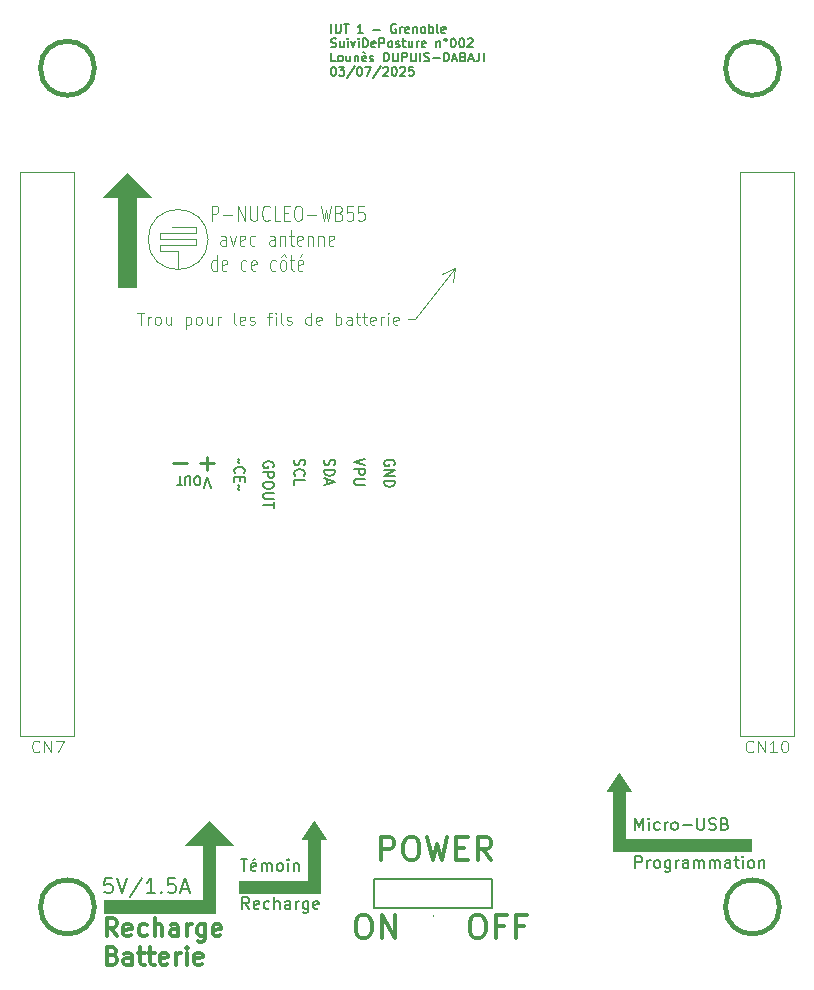
<source format=gbr>
%TF.GenerationSoftware,KiCad,Pcbnew,9.0.2*%
%TF.CreationDate,2025-07-03T17:47:07+02:00*%
%TF.ProjectId,PCB_accueil_STM,5043425f-6163-4637-9565-696c5f53544d,rev?*%
%TF.SameCoordinates,Original*%
%TF.FileFunction,Legend,Top*%
%TF.FilePolarity,Positive*%
%FSLAX46Y46*%
G04 Gerber Fmt 4.6, Leading zero omitted, Abs format (unit mm)*
G04 Created by KiCad (PCBNEW 9.0.2) date 2025-07-03 17:47:07*
%MOMM*%
%LPD*%
G01*
G04 APERTURE LIST*
%ADD10C,0.152400*%
%ADD11C,0.100000*%
%ADD12C,0.300000*%
%ADD13C,0.200000*%
%ADD14C,0.150000*%
%ADD15C,0.171450*%
%ADD16C,0.133350*%
%ADD17C,0.381000*%
%ADD18C,0.254000*%
G04 APERTURE END LIST*
D10*
X103825882Y-94523703D02*
X103867006Y-94441456D01*
X103867006Y-94441456D02*
X103867006Y-94318084D01*
X103867006Y-94318084D02*
X103825882Y-94194713D01*
X103825882Y-94194713D02*
X103743634Y-94112465D01*
X103743634Y-94112465D02*
X103661387Y-94071342D01*
X103661387Y-94071342D02*
X103496891Y-94030218D01*
X103496891Y-94030218D02*
X103373520Y-94030218D01*
X103373520Y-94030218D02*
X103209025Y-94071342D01*
X103209025Y-94071342D02*
X103126777Y-94112465D01*
X103126777Y-94112465D02*
X103044530Y-94194713D01*
X103044530Y-94194713D02*
X103003406Y-94318084D01*
X103003406Y-94318084D02*
X103003406Y-94400332D01*
X103003406Y-94400332D02*
X103044530Y-94523703D01*
X103044530Y-94523703D02*
X103085653Y-94564827D01*
X103085653Y-94564827D02*
X103373520Y-94564827D01*
X103373520Y-94564827D02*
X103373520Y-94400332D01*
X103003406Y-94934942D02*
X103867006Y-94934942D01*
X103867006Y-94934942D02*
X103867006Y-95263932D01*
X103867006Y-95263932D02*
X103825882Y-95346180D01*
X103825882Y-95346180D02*
X103784758Y-95387303D01*
X103784758Y-95387303D02*
X103702510Y-95428427D01*
X103702510Y-95428427D02*
X103579139Y-95428427D01*
X103579139Y-95428427D02*
X103496891Y-95387303D01*
X103496891Y-95387303D02*
X103455768Y-95346180D01*
X103455768Y-95346180D02*
X103414644Y-95263932D01*
X103414644Y-95263932D02*
X103414644Y-94934942D01*
X103867006Y-95963037D02*
X103867006Y-96127532D01*
X103867006Y-96127532D02*
X103825882Y-96209780D01*
X103825882Y-96209780D02*
X103743634Y-96292027D01*
X103743634Y-96292027D02*
X103579139Y-96333151D01*
X103579139Y-96333151D02*
X103291272Y-96333151D01*
X103291272Y-96333151D02*
X103126777Y-96292027D01*
X103126777Y-96292027D02*
X103044530Y-96209780D01*
X103044530Y-96209780D02*
X103003406Y-96127532D01*
X103003406Y-96127532D02*
X103003406Y-95963037D01*
X103003406Y-95963037D02*
X103044530Y-95880789D01*
X103044530Y-95880789D02*
X103126777Y-95798542D01*
X103126777Y-95798542D02*
X103291272Y-95757418D01*
X103291272Y-95757418D02*
X103579139Y-95757418D01*
X103579139Y-95757418D02*
X103743634Y-95798542D01*
X103743634Y-95798542D02*
X103825882Y-95880789D01*
X103825882Y-95880789D02*
X103867006Y-95963037D01*
X103867006Y-96703266D02*
X103167901Y-96703266D01*
X103167901Y-96703266D02*
X103085653Y-96744389D01*
X103085653Y-96744389D02*
X103044530Y-96785513D01*
X103044530Y-96785513D02*
X103003406Y-96867761D01*
X103003406Y-96867761D02*
X103003406Y-97032256D01*
X103003406Y-97032256D02*
X103044530Y-97114504D01*
X103044530Y-97114504D02*
X103085653Y-97155627D01*
X103085653Y-97155627D02*
X103167901Y-97196751D01*
X103167901Y-97196751D02*
X103867006Y-97196751D01*
X103867006Y-97484618D02*
X103867006Y-97978104D01*
X103003406Y-97731361D02*
X103867006Y-97731361D01*
D11*
X98317000Y-75237460D02*
G75*
G02*
X93237000Y-75237460I-2540000J0D01*
G01*
X93237000Y-75237460D02*
G75*
G02*
X98317000Y-75237460I2540000J0D01*
G01*
X108299200Y-126012060D02*
X106267200Y-126012060D01*
X107283200Y-124488060D01*
X108299200Y-126012060D01*
G36*
X108299200Y-126012060D02*
G01*
X106267200Y-126012060D01*
X107283200Y-124488060D01*
X108299200Y-126012060D01*
G37*
D12*
X111309510Y-132413098D02*
X111690463Y-132413098D01*
X111690463Y-132413098D02*
X111880939Y-132508336D01*
X111880939Y-132508336D02*
X112071415Y-132698812D01*
X112071415Y-132698812D02*
X112166653Y-133079764D01*
X112166653Y-133079764D02*
X112166653Y-133746431D01*
X112166653Y-133746431D02*
X112071415Y-134127383D01*
X112071415Y-134127383D02*
X111880939Y-134317860D01*
X111880939Y-134317860D02*
X111690463Y-134413098D01*
X111690463Y-134413098D02*
X111309510Y-134413098D01*
X111309510Y-134413098D02*
X111119034Y-134317860D01*
X111119034Y-134317860D02*
X110928558Y-134127383D01*
X110928558Y-134127383D02*
X110833320Y-133746431D01*
X110833320Y-133746431D02*
X110833320Y-133079764D01*
X110833320Y-133079764D02*
X110928558Y-132698812D01*
X110928558Y-132698812D02*
X111119034Y-132508336D01*
X111119034Y-132508336D02*
X111309510Y-132413098D01*
X113023796Y-134413098D02*
X113023796Y-132413098D01*
X113023796Y-132413098D02*
X114166653Y-134413098D01*
X114166653Y-134413098D02*
X114166653Y-132413098D01*
D13*
X90199235Y-129323083D02*
X89603997Y-129323083D01*
X89603997Y-129323083D02*
X89544473Y-129918321D01*
X89544473Y-129918321D02*
X89603997Y-129858798D01*
X89603997Y-129858798D02*
X89723044Y-129799274D01*
X89723044Y-129799274D02*
X90020663Y-129799274D01*
X90020663Y-129799274D02*
X90139711Y-129858798D01*
X90139711Y-129858798D02*
X90199235Y-129918321D01*
X90199235Y-129918321D02*
X90258758Y-130037369D01*
X90258758Y-130037369D02*
X90258758Y-130334988D01*
X90258758Y-130334988D02*
X90199235Y-130454036D01*
X90199235Y-130454036D02*
X90139711Y-130513560D01*
X90139711Y-130513560D02*
X90020663Y-130573083D01*
X90020663Y-130573083D02*
X89723044Y-130573083D01*
X89723044Y-130573083D02*
X89603997Y-130513560D01*
X89603997Y-130513560D02*
X89544473Y-130454036D01*
X90615901Y-129323083D02*
X91032568Y-130573083D01*
X91032568Y-130573083D02*
X91449234Y-129323083D01*
X92758759Y-129263560D02*
X91687330Y-130870702D01*
X93830187Y-130573083D02*
X93115902Y-130573083D01*
X93473045Y-130573083D02*
X93473045Y-129323083D01*
X93473045Y-129323083D02*
X93353997Y-129501655D01*
X93353997Y-129501655D02*
X93234949Y-129620702D01*
X93234949Y-129620702D02*
X93115902Y-129680226D01*
X94365902Y-130454036D02*
X94425425Y-130513560D01*
X94425425Y-130513560D02*
X94365902Y-130573083D01*
X94365902Y-130573083D02*
X94306378Y-130513560D01*
X94306378Y-130513560D02*
X94365902Y-130454036D01*
X94365902Y-130454036D02*
X94365902Y-130573083D01*
X95556378Y-129323083D02*
X94961140Y-129323083D01*
X94961140Y-129323083D02*
X94901616Y-129918321D01*
X94901616Y-129918321D02*
X94961140Y-129858798D01*
X94961140Y-129858798D02*
X95080187Y-129799274D01*
X95080187Y-129799274D02*
X95377806Y-129799274D01*
X95377806Y-129799274D02*
X95496854Y-129858798D01*
X95496854Y-129858798D02*
X95556378Y-129918321D01*
X95556378Y-129918321D02*
X95615901Y-130037369D01*
X95615901Y-130037369D02*
X95615901Y-130334988D01*
X95615901Y-130334988D02*
X95556378Y-130454036D01*
X95556378Y-130454036D02*
X95496854Y-130513560D01*
X95496854Y-130513560D02*
X95377806Y-130573083D01*
X95377806Y-130573083D02*
X95080187Y-130573083D01*
X95080187Y-130573083D02*
X94961140Y-130513560D01*
X94961140Y-130513560D02*
X94901616Y-130454036D01*
X96092092Y-130215940D02*
X96687330Y-130215940D01*
X95973044Y-130573083D02*
X96389711Y-129323083D01*
X96389711Y-129323083D02*
X96806377Y-130573083D01*
D12*
X120961510Y-132413098D02*
X121342463Y-132413098D01*
X121342463Y-132413098D02*
X121532939Y-132508336D01*
X121532939Y-132508336D02*
X121723415Y-132698812D01*
X121723415Y-132698812D02*
X121818653Y-133079764D01*
X121818653Y-133079764D02*
X121818653Y-133746431D01*
X121818653Y-133746431D02*
X121723415Y-134127383D01*
X121723415Y-134127383D02*
X121532939Y-134317860D01*
X121532939Y-134317860D02*
X121342463Y-134413098D01*
X121342463Y-134413098D02*
X120961510Y-134413098D01*
X120961510Y-134413098D02*
X120771034Y-134317860D01*
X120771034Y-134317860D02*
X120580558Y-134127383D01*
X120580558Y-134127383D02*
X120485320Y-133746431D01*
X120485320Y-133746431D02*
X120485320Y-133079764D01*
X120485320Y-133079764D02*
X120580558Y-132698812D01*
X120580558Y-132698812D02*
X120771034Y-132508336D01*
X120771034Y-132508336D02*
X120961510Y-132413098D01*
X123342463Y-133365479D02*
X122675796Y-133365479D01*
X122675796Y-134413098D02*
X122675796Y-132413098D01*
X122675796Y-132413098D02*
X123628177Y-132413098D01*
X125056749Y-133365479D02*
X124390082Y-133365479D01*
X124390082Y-134413098D02*
X124390082Y-132413098D01*
X124390082Y-132413098D02*
X125342463Y-132413098D01*
X112960558Y-127809098D02*
X112960558Y-125809098D01*
X112960558Y-125809098D02*
X113722463Y-125809098D01*
X113722463Y-125809098D02*
X113912939Y-125904336D01*
X113912939Y-125904336D02*
X114008177Y-125999574D01*
X114008177Y-125999574D02*
X114103415Y-126190050D01*
X114103415Y-126190050D02*
X114103415Y-126475764D01*
X114103415Y-126475764D02*
X114008177Y-126666240D01*
X114008177Y-126666240D02*
X113912939Y-126761479D01*
X113912939Y-126761479D02*
X113722463Y-126856717D01*
X113722463Y-126856717D02*
X112960558Y-126856717D01*
X115341510Y-125809098D02*
X115722463Y-125809098D01*
X115722463Y-125809098D02*
X115912939Y-125904336D01*
X115912939Y-125904336D02*
X116103415Y-126094812D01*
X116103415Y-126094812D02*
X116198653Y-126475764D01*
X116198653Y-126475764D02*
X116198653Y-127142431D01*
X116198653Y-127142431D02*
X116103415Y-127523383D01*
X116103415Y-127523383D02*
X115912939Y-127713860D01*
X115912939Y-127713860D02*
X115722463Y-127809098D01*
X115722463Y-127809098D02*
X115341510Y-127809098D01*
X115341510Y-127809098D02*
X115151034Y-127713860D01*
X115151034Y-127713860D02*
X114960558Y-127523383D01*
X114960558Y-127523383D02*
X114865320Y-127142431D01*
X114865320Y-127142431D02*
X114865320Y-126475764D01*
X114865320Y-126475764D02*
X114960558Y-126094812D01*
X114960558Y-126094812D02*
X115151034Y-125904336D01*
X115151034Y-125904336D02*
X115341510Y-125809098D01*
X116865320Y-125809098D02*
X117341510Y-127809098D01*
X117341510Y-127809098D02*
X117722463Y-126380526D01*
X117722463Y-126380526D02*
X118103415Y-127809098D01*
X118103415Y-127809098D02*
X118579606Y-125809098D01*
X119341510Y-126761479D02*
X120008177Y-126761479D01*
X120293891Y-127809098D02*
X119341510Y-127809098D01*
X119341510Y-127809098D02*
X119341510Y-125809098D01*
X119341510Y-125809098D02*
X120293891Y-125809098D01*
X122293891Y-127809098D02*
X121627224Y-126856717D01*
X121151034Y-127809098D02*
X121151034Y-125809098D01*
X121151034Y-125809098D02*
X121912939Y-125809098D01*
X121912939Y-125809098D02*
X122103415Y-125904336D01*
X122103415Y-125904336D02*
X122198653Y-125999574D01*
X122198653Y-125999574D02*
X122293891Y-126190050D01*
X122293891Y-126190050D02*
X122293891Y-126475764D01*
X122293891Y-126475764D02*
X122198653Y-126666240D01*
X122198653Y-126666240D02*
X122103415Y-126761479D01*
X122103415Y-126761479D02*
X121912939Y-126856717D01*
X121912939Y-126856717D02*
X121151034Y-126856717D01*
D11*
X98620884Y-73681310D02*
X98620884Y-72381310D01*
X98620884Y-72381310D02*
X99001836Y-72381310D01*
X99001836Y-72381310D02*
X99097074Y-72443215D01*
X99097074Y-72443215D02*
X99144693Y-72505120D01*
X99144693Y-72505120D02*
X99192312Y-72628929D01*
X99192312Y-72628929D02*
X99192312Y-72814644D01*
X99192312Y-72814644D02*
X99144693Y-72938453D01*
X99144693Y-72938453D02*
X99097074Y-73000358D01*
X99097074Y-73000358D02*
X99001836Y-73062263D01*
X99001836Y-73062263D02*
X98620884Y-73062263D01*
X99620884Y-73186072D02*
X100382789Y-73186072D01*
X100858979Y-73681310D02*
X100858979Y-72381310D01*
X100858979Y-72381310D02*
X101430407Y-73681310D01*
X101430407Y-73681310D02*
X101430407Y-72381310D01*
X101906598Y-72381310D02*
X101906598Y-73433691D01*
X101906598Y-73433691D02*
X101954217Y-73557501D01*
X101954217Y-73557501D02*
X102001836Y-73619406D01*
X102001836Y-73619406D02*
X102097074Y-73681310D01*
X102097074Y-73681310D02*
X102287550Y-73681310D01*
X102287550Y-73681310D02*
X102382788Y-73619406D01*
X102382788Y-73619406D02*
X102430407Y-73557501D01*
X102430407Y-73557501D02*
X102478026Y-73433691D01*
X102478026Y-73433691D02*
X102478026Y-72381310D01*
X103525645Y-73557501D02*
X103478026Y-73619406D01*
X103478026Y-73619406D02*
X103335169Y-73681310D01*
X103335169Y-73681310D02*
X103239931Y-73681310D01*
X103239931Y-73681310D02*
X103097074Y-73619406D01*
X103097074Y-73619406D02*
X103001836Y-73495596D01*
X103001836Y-73495596D02*
X102954217Y-73371786D01*
X102954217Y-73371786D02*
X102906598Y-73124167D01*
X102906598Y-73124167D02*
X102906598Y-72938453D01*
X102906598Y-72938453D02*
X102954217Y-72690834D01*
X102954217Y-72690834D02*
X103001836Y-72567025D01*
X103001836Y-72567025D02*
X103097074Y-72443215D01*
X103097074Y-72443215D02*
X103239931Y-72381310D01*
X103239931Y-72381310D02*
X103335169Y-72381310D01*
X103335169Y-72381310D02*
X103478026Y-72443215D01*
X103478026Y-72443215D02*
X103525645Y-72505120D01*
X104430407Y-73681310D02*
X103954217Y-73681310D01*
X103954217Y-73681310D02*
X103954217Y-72381310D01*
X104763741Y-73000358D02*
X105097074Y-73000358D01*
X105239931Y-73681310D02*
X104763741Y-73681310D01*
X104763741Y-73681310D02*
X104763741Y-72381310D01*
X104763741Y-72381310D02*
X105239931Y-72381310D01*
X105858979Y-72381310D02*
X106049455Y-72381310D01*
X106049455Y-72381310D02*
X106144693Y-72443215D01*
X106144693Y-72443215D02*
X106239931Y-72567025D01*
X106239931Y-72567025D02*
X106287550Y-72814644D01*
X106287550Y-72814644D02*
X106287550Y-73247977D01*
X106287550Y-73247977D02*
X106239931Y-73495596D01*
X106239931Y-73495596D02*
X106144693Y-73619406D01*
X106144693Y-73619406D02*
X106049455Y-73681310D01*
X106049455Y-73681310D02*
X105858979Y-73681310D01*
X105858979Y-73681310D02*
X105763741Y-73619406D01*
X105763741Y-73619406D02*
X105668503Y-73495596D01*
X105668503Y-73495596D02*
X105620884Y-73247977D01*
X105620884Y-73247977D02*
X105620884Y-72814644D01*
X105620884Y-72814644D02*
X105668503Y-72567025D01*
X105668503Y-72567025D02*
X105763741Y-72443215D01*
X105763741Y-72443215D02*
X105858979Y-72381310D01*
X106716122Y-73186072D02*
X107478027Y-73186072D01*
X107858979Y-72381310D02*
X108097074Y-73681310D01*
X108097074Y-73681310D02*
X108287550Y-72752739D01*
X108287550Y-72752739D02*
X108478026Y-73681310D01*
X108478026Y-73681310D02*
X108716122Y-72381310D01*
X109430407Y-73000358D02*
X109573264Y-73062263D01*
X109573264Y-73062263D02*
X109620883Y-73124167D01*
X109620883Y-73124167D02*
X109668502Y-73247977D01*
X109668502Y-73247977D02*
X109668502Y-73433691D01*
X109668502Y-73433691D02*
X109620883Y-73557501D01*
X109620883Y-73557501D02*
X109573264Y-73619406D01*
X109573264Y-73619406D02*
X109478026Y-73681310D01*
X109478026Y-73681310D02*
X109097074Y-73681310D01*
X109097074Y-73681310D02*
X109097074Y-72381310D01*
X109097074Y-72381310D02*
X109430407Y-72381310D01*
X109430407Y-72381310D02*
X109525645Y-72443215D01*
X109525645Y-72443215D02*
X109573264Y-72505120D01*
X109573264Y-72505120D02*
X109620883Y-72628929D01*
X109620883Y-72628929D02*
X109620883Y-72752739D01*
X109620883Y-72752739D02*
X109573264Y-72876548D01*
X109573264Y-72876548D02*
X109525645Y-72938453D01*
X109525645Y-72938453D02*
X109430407Y-73000358D01*
X109430407Y-73000358D02*
X109097074Y-73000358D01*
X110573264Y-72381310D02*
X110097074Y-72381310D01*
X110097074Y-72381310D02*
X110049455Y-73000358D01*
X110049455Y-73000358D02*
X110097074Y-72938453D01*
X110097074Y-72938453D02*
X110192312Y-72876548D01*
X110192312Y-72876548D02*
X110430407Y-72876548D01*
X110430407Y-72876548D02*
X110525645Y-72938453D01*
X110525645Y-72938453D02*
X110573264Y-73000358D01*
X110573264Y-73000358D02*
X110620883Y-73124167D01*
X110620883Y-73124167D02*
X110620883Y-73433691D01*
X110620883Y-73433691D02*
X110573264Y-73557501D01*
X110573264Y-73557501D02*
X110525645Y-73619406D01*
X110525645Y-73619406D02*
X110430407Y-73681310D01*
X110430407Y-73681310D02*
X110192312Y-73681310D01*
X110192312Y-73681310D02*
X110097074Y-73619406D01*
X110097074Y-73619406D02*
X110049455Y-73557501D01*
X111525645Y-72381310D02*
X111049455Y-72381310D01*
X111049455Y-72381310D02*
X111001836Y-73000358D01*
X111001836Y-73000358D02*
X111049455Y-72938453D01*
X111049455Y-72938453D02*
X111144693Y-72876548D01*
X111144693Y-72876548D02*
X111382788Y-72876548D01*
X111382788Y-72876548D02*
X111478026Y-72938453D01*
X111478026Y-72938453D02*
X111525645Y-73000358D01*
X111525645Y-73000358D02*
X111573264Y-73124167D01*
X111573264Y-73124167D02*
X111573264Y-73433691D01*
X111573264Y-73433691D02*
X111525645Y-73557501D01*
X111525645Y-73557501D02*
X111478026Y-73619406D01*
X111478026Y-73619406D02*
X111382788Y-73681310D01*
X111382788Y-73681310D02*
X111144693Y-73681310D01*
X111144693Y-73681310D02*
X111049455Y-73619406D01*
X111049455Y-73619406D02*
X111001836Y-73557501D01*
X99811360Y-75774237D02*
X99811360Y-75093285D01*
X99811360Y-75093285D02*
X99763741Y-74969475D01*
X99763741Y-74969475D02*
X99668503Y-74907571D01*
X99668503Y-74907571D02*
X99478027Y-74907571D01*
X99478027Y-74907571D02*
X99382789Y-74969475D01*
X99811360Y-75712333D02*
X99716122Y-75774237D01*
X99716122Y-75774237D02*
X99478027Y-75774237D01*
X99478027Y-75774237D02*
X99382789Y-75712333D01*
X99382789Y-75712333D02*
X99335170Y-75588523D01*
X99335170Y-75588523D02*
X99335170Y-75464713D01*
X99335170Y-75464713D02*
X99382789Y-75340904D01*
X99382789Y-75340904D02*
X99478027Y-75278999D01*
X99478027Y-75278999D02*
X99716122Y-75278999D01*
X99716122Y-75278999D02*
X99811360Y-75217094D01*
X100192313Y-74907571D02*
X100430408Y-75774237D01*
X100430408Y-75774237D02*
X100668503Y-74907571D01*
X101430408Y-75712333D02*
X101335170Y-75774237D01*
X101335170Y-75774237D02*
X101144694Y-75774237D01*
X101144694Y-75774237D02*
X101049456Y-75712333D01*
X101049456Y-75712333D02*
X101001837Y-75588523D01*
X101001837Y-75588523D02*
X101001837Y-75093285D01*
X101001837Y-75093285D02*
X101049456Y-74969475D01*
X101049456Y-74969475D02*
X101144694Y-74907571D01*
X101144694Y-74907571D02*
X101335170Y-74907571D01*
X101335170Y-74907571D02*
X101430408Y-74969475D01*
X101430408Y-74969475D02*
X101478027Y-75093285D01*
X101478027Y-75093285D02*
X101478027Y-75217094D01*
X101478027Y-75217094D02*
X101001837Y-75340904D01*
X102335170Y-75712333D02*
X102239932Y-75774237D01*
X102239932Y-75774237D02*
X102049456Y-75774237D01*
X102049456Y-75774237D02*
X101954218Y-75712333D01*
X101954218Y-75712333D02*
X101906599Y-75650428D01*
X101906599Y-75650428D02*
X101858980Y-75526618D01*
X101858980Y-75526618D02*
X101858980Y-75155190D01*
X101858980Y-75155190D02*
X101906599Y-75031380D01*
X101906599Y-75031380D02*
X101954218Y-74969475D01*
X101954218Y-74969475D02*
X102049456Y-74907571D01*
X102049456Y-74907571D02*
X102239932Y-74907571D01*
X102239932Y-74907571D02*
X102335170Y-74969475D01*
X103954218Y-75774237D02*
X103954218Y-75093285D01*
X103954218Y-75093285D02*
X103906599Y-74969475D01*
X103906599Y-74969475D02*
X103811361Y-74907571D01*
X103811361Y-74907571D02*
X103620885Y-74907571D01*
X103620885Y-74907571D02*
X103525647Y-74969475D01*
X103954218Y-75712333D02*
X103858980Y-75774237D01*
X103858980Y-75774237D02*
X103620885Y-75774237D01*
X103620885Y-75774237D02*
X103525647Y-75712333D01*
X103525647Y-75712333D02*
X103478028Y-75588523D01*
X103478028Y-75588523D02*
X103478028Y-75464713D01*
X103478028Y-75464713D02*
X103525647Y-75340904D01*
X103525647Y-75340904D02*
X103620885Y-75278999D01*
X103620885Y-75278999D02*
X103858980Y-75278999D01*
X103858980Y-75278999D02*
X103954218Y-75217094D01*
X104430409Y-74907571D02*
X104430409Y-75774237D01*
X104430409Y-75031380D02*
X104478028Y-74969475D01*
X104478028Y-74969475D02*
X104573266Y-74907571D01*
X104573266Y-74907571D02*
X104716123Y-74907571D01*
X104716123Y-74907571D02*
X104811361Y-74969475D01*
X104811361Y-74969475D02*
X104858980Y-75093285D01*
X104858980Y-75093285D02*
X104858980Y-75774237D01*
X105192314Y-74907571D02*
X105573266Y-74907571D01*
X105335171Y-74474237D02*
X105335171Y-75588523D01*
X105335171Y-75588523D02*
X105382790Y-75712333D01*
X105382790Y-75712333D02*
X105478028Y-75774237D01*
X105478028Y-75774237D02*
X105573266Y-75774237D01*
X106287552Y-75712333D02*
X106192314Y-75774237D01*
X106192314Y-75774237D02*
X106001838Y-75774237D01*
X106001838Y-75774237D02*
X105906600Y-75712333D01*
X105906600Y-75712333D02*
X105858981Y-75588523D01*
X105858981Y-75588523D02*
X105858981Y-75093285D01*
X105858981Y-75093285D02*
X105906600Y-74969475D01*
X105906600Y-74969475D02*
X106001838Y-74907571D01*
X106001838Y-74907571D02*
X106192314Y-74907571D01*
X106192314Y-74907571D02*
X106287552Y-74969475D01*
X106287552Y-74969475D02*
X106335171Y-75093285D01*
X106335171Y-75093285D02*
X106335171Y-75217094D01*
X106335171Y-75217094D02*
X105858981Y-75340904D01*
X106763743Y-74907571D02*
X106763743Y-75774237D01*
X106763743Y-75031380D02*
X106811362Y-74969475D01*
X106811362Y-74969475D02*
X106906600Y-74907571D01*
X106906600Y-74907571D02*
X107049457Y-74907571D01*
X107049457Y-74907571D02*
X107144695Y-74969475D01*
X107144695Y-74969475D02*
X107192314Y-75093285D01*
X107192314Y-75093285D02*
X107192314Y-75774237D01*
X107668505Y-74907571D02*
X107668505Y-75774237D01*
X107668505Y-75031380D02*
X107716124Y-74969475D01*
X107716124Y-74969475D02*
X107811362Y-74907571D01*
X107811362Y-74907571D02*
X107954219Y-74907571D01*
X107954219Y-74907571D02*
X108049457Y-74969475D01*
X108049457Y-74969475D02*
X108097076Y-75093285D01*
X108097076Y-75093285D02*
X108097076Y-75774237D01*
X108954219Y-75712333D02*
X108858981Y-75774237D01*
X108858981Y-75774237D02*
X108668505Y-75774237D01*
X108668505Y-75774237D02*
X108573267Y-75712333D01*
X108573267Y-75712333D02*
X108525648Y-75588523D01*
X108525648Y-75588523D02*
X108525648Y-75093285D01*
X108525648Y-75093285D02*
X108573267Y-74969475D01*
X108573267Y-74969475D02*
X108668505Y-74907571D01*
X108668505Y-74907571D02*
X108858981Y-74907571D01*
X108858981Y-74907571D02*
X108954219Y-74969475D01*
X108954219Y-74969475D02*
X109001838Y-75093285D01*
X109001838Y-75093285D02*
X109001838Y-75217094D01*
X109001838Y-75217094D02*
X108525648Y-75340904D01*
X99049455Y-77867164D02*
X99049455Y-76567164D01*
X99049455Y-77805260D02*
X98954217Y-77867164D01*
X98954217Y-77867164D02*
X98763741Y-77867164D01*
X98763741Y-77867164D02*
X98668503Y-77805260D01*
X98668503Y-77805260D02*
X98620884Y-77743355D01*
X98620884Y-77743355D02*
X98573265Y-77619545D01*
X98573265Y-77619545D02*
X98573265Y-77248117D01*
X98573265Y-77248117D02*
X98620884Y-77124307D01*
X98620884Y-77124307D02*
X98668503Y-77062402D01*
X98668503Y-77062402D02*
X98763741Y-77000498D01*
X98763741Y-77000498D02*
X98954217Y-77000498D01*
X98954217Y-77000498D02*
X99049455Y-77062402D01*
X99906598Y-77805260D02*
X99811360Y-77867164D01*
X99811360Y-77867164D02*
X99620884Y-77867164D01*
X99620884Y-77867164D02*
X99525646Y-77805260D01*
X99525646Y-77805260D02*
X99478027Y-77681450D01*
X99478027Y-77681450D02*
X99478027Y-77186212D01*
X99478027Y-77186212D02*
X99525646Y-77062402D01*
X99525646Y-77062402D02*
X99620884Y-77000498D01*
X99620884Y-77000498D02*
X99811360Y-77000498D01*
X99811360Y-77000498D02*
X99906598Y-77062402D01*
X99906598Y-77062402D02*
X99954217Y-77186212D01*
X99954217Y-77186212D02*
X99954217Y-77310021D01*
X99954217Y-77310021D02*
X99478027Y-77433831D01*
X101573265Y-77805260D02*
X101478027Y-77867164D01*
X101478027Y-77867164D02*
X101287551Y-77867164D01*
X101287551Y-77867164D02*
X101192313Y-77805260D01*
X101192313Y-77805260D02*
X101144694Y-77743355D01*
X101144694Y-77743355D02*
X101097075Y-77619545D01*
X101097075Y-77619545D02*
X101097075Y-77248117D01*
X101097075Y-77248117D02*
X101144694Y-77124307D01*
X101144694Y-77124307D02*
X101192313Y-77062402D01*
X101192313Y-77062402D02*
X101287551Y-77000498D01*
X101287551Y-77000498D02*
X101478027Y-77000498D01*
X101478027Y-77000498D02*
X101573265Y-77062402D01*
X102382789Y-77805260D02*
X102287551Y-77867164D01*
X102287551Y-77867164D02*
X102097075Y-77867164D01*
X102097075Y-77867164D02*
X102001837Y-77805260D01*
X102001837Y-77805260D02*
X101954218Y-77681450D01*
X101954218Y-77681450D02*
X101954218Y-77186212D01*
X101954218Y-77186212D02*
X102001837Y-77062402D01*
X102001837Y-77062402D02*
X102097075Y-77000498D01*
X102097075Y-77000498D02*
X102287551Y-77000498D01*
X102287551Y-77000498D02*
X102382789Y-77062402D01*
X102382789Y-77062402D02*
X102430408Y-77186212D01*
X102430408Y-77186212D02*
X102430408Y-77310021D01*
X102430408Y-77310021D02*
X101954218Y-77433831D01*
X104049456Y-77805260D02*
X103954218Y-77867164D01*
X103954218Y-77867164D02*
X103763742Y-77867164D01*
X103763742Y-77867164D02*
X103668504Y-77805260D01*
X103668504Y-77805260D02*
X103620885Y-77743355D01*
X103620885Y-77743355D02*
X103573266Y-77619545D01*
X103573266Y-77619545D02*
X103573266Y-77248117D01*
X103573266Y-77248117D02*
X103620885Y-77124307D01*
X103620885Y-77124307D02*
X103668504Y-77062402D01*
X103668504Y-77062402D02*
X103763742Y-77000498D01*
X103763742Y-77000498D02*
X103954218Y-77000498D01*
X103954218Y-77000498D02*
X104049456Y-77062402D01*
X104620885Y-77867164D02*
X104525647Y-77805260D01*
X104525647Y-77805260D02*
X104478028Y-77743355D01*
X104478028Y-77743355D02*
X104430409Y-77619545D01*
X104430409Y-77619545D02*
X104430409Y-77248117D01*
X104430409Y-77248117D02*
X104478028Y-77124307D01*
X104478028Y-77124307D02*
X104525647Y-77062402D01*
X104525647Y-77062402D02*
X104620885Y-77000498D01*
X104620885Y-77000498D02*
X104763742Y-77000498D01*
X104763742Y-77000498D02*
X104858980Y-77062402D01*
X104858980Y-77062402D02*
X104906599Y-77124307D01*
X104906599Y-77124307D02*
X104954218Y-77248117D01*
X104954218Y-77248117D02*
X104954218Y-77619545D01*
X104954218Y-77619545D02*
X104906599Y-77743355D01*
X104906599Y-77743355D02*
X104858980Y-77805260D01*
X104858980Y-77805260D02*
X104763742Y-77867164D01*
X104763742Y-77867164D02*
X104620885Y-77867164D01*
X104525647Y-76690974D02*
X104716123Y-76505260D01*
X104716123Y-76505260D02*
X104906599Y-76690974D01*
X105239933Y-77000498D02*
X105620885Y-77000498D01*
X105382790Y-76567164D02*
X105382790Y-77681450D01*
X105382790Y-77681450D02*
X105430409Y-77805260D01*
X105430409Y-77805260D02*
X105525647Y-77867164D01*
X105525647Y-77867164D02*
X105620885Y-77867164D01*
X106335171Y-77805260D02*
X106239933Y-77867164D01*
X106239933Y-77867164D02*
X106049457Y-77867164D01*
X106049457Y-77867164D02*
X105954219Y-77805260D01*
X105954219Y-77805260D02*
X105906600Y-77681450D01*
X105906600Y-77681450D02*
X105906600Y-77186212D01*
X105906600Y-77186212D02*
X105954219Y-77062402D01*
X105954219Y-77062402D02*
X106049457Y-77000498D01*
X106049457Y-77000498D02*
X106239933Y-77000498D01*
X106239933Y-77000498D02*
X106335171Y-77062402D01*
X106335171Y-77062402D02*
X106382790Y-77186212D01*
X106382790Y-77186212D02*
X106382790Y-77310021D01*
X106382790Y-77310021D02*
X105906600Y-77433831D01*
X106239933Y-76505260D02*
X106097076Y-76690974D01*
X97301000Y-74729460D02*
X97301000Y-74221460D01*
D13*
X101083816Y-127704591D02*
X101655244Y-127704591D01*
X101369530Y-128704591D02*
X101369530Y-127704591D01*
X102369530Y-128656972D02*
X102274292Y-128704591D01*
X102274292Y-128704591D02*
X102083816Y-128704591D01*
X102083816Y-128704591D02*
X101988578Y-128656972D01*
X101988578Y-128656972D02*
X101940959Y-128561733D01*
X101940959Y-128561733D02*
X101940959Y-128180781D01*
X101940959Y-128180781D02*
X101988578Y-128085543D01*
X101988578Y-128085543D02*
X102083816Y-128037924D01*
X102083816Y-128037924D02*
X102274292Y-128037924D01*
X102274292Y-128037924D02*
X102369530Y-128085543D01*
X102369530Y-128085543D02*
X102417149Y-128180781D01*
X102417149Y-128180781D02*
X102417149Y-128276019D01*
X102417149Y-128276019D02*
X101940959Y-128371257D01*
X102274292Y-127656972D02*
X102131435Y-127799829D01*
X102845721Y-128704591D02*
X102845721Y-128037924D01*
X102845721Y-128133162D02*
X102893340Y-128085543D01*
X102893340Y-128085543D02*
X102988578Y-128037924D01*
X102988578Y-128037924D02*
X103131435Y-128037924D01*
X103131435Y-128037924D02*
X103226673Y-128085543D01*
X103226673Y-128085543D02*
X103274292Y-128180781D01*
X103274292Y-128180781D02*
X103274292Y-128704591D01*
X103274292Y-128180781D02*
X103321911Y-128085543D01*
X103321911Y-128085543D02*
X103417149Y-128037924D01*
X103417149Y-128037924D02*
X103560006Y-128037924D01*
X103560006Y-128037924D02*
X103655245Y-128085543D01*
X103655245Y-128085543D02*
X103702864Y-128180781D01*
X103702864Y-128180781D02*
X103702864Y-128704591D01*
X104321911Y-128704591D02*
X104226673Y-128656972D01*
X104226673Y-128656972D02*
X104179054Y-128609352D01*
X104179054Y-128609352D02*
X104131435Y-128514114D01*
X104131435Y-128514114D02*
X104131435Y-128228400D01*
X104131435Y-128228400D02*
X104179054Y-128133162D01*
X104179054Y-128133162D02*
X104226673Y-128085543D01*
X104226673Y-128085543D02*
X104321911Y-128037924D01*
X104321911Y-128037924D02*
X104464768Y-128037924D01*
X104464768Y-128037924D02*
X104560006Y-128085543D01*
X104560006Y-128085543D02*
X104607625Y-128133162D01*
X104607625Y-128133162D02*
X104655244Y-128228400D01*
X104655244Y-128228400D02*
X104655244Y-128514114D01*
X104655244Y-128514114D02*
X104607625Y-128609352D01*
X104607625Y-128609352D02*
X104560006Y-128656972D01*
X104560006Y-128656972D02*
X104464768Y-128704591D01*
X104464768Y-128704591D02*
X104321911Y-128704591D01*
X105083816Y-128704591D02*
X105083816Y-128037924D01*
X105083816Y-127704591D02*
X105036197Y-127752210D01*
X105036197Y-127752210D02*
X105083816Y-127799829D01*
X105083816Y-127799829D02*
X105131435Y-127752210D01*
X105131435Y-127752210D02*
X105083816Y-127704591D01*
X105083816Y-127704591D02*
X105083816Y-127799829D01*
X105560006Y-128037924D02*
X105560006Y-128704591D01*
X105560006Y-128133162D02*
X105607625Y-128085543D01*
X105607625Y-128085543D02*
X105702863Y-128037924D01*
X105702863Y-128037924D02*
X105845720Y-128037924D01*
X105845720Y-128037924D02*
X105940958Y-128085543D01*
X105940958Y-128085543D02*
X105988577Y-128180781D01*
X105988577Y-128180781D02*
X105988577Y-128704591D01*
X101798101Y-131924479D02*
X101464768Y-131448288D01*
X101226673Y-131924479D02*
X101226673Y-130924479D01*
X101226673Y-130924479D02*
X101607625Y-130924479D01*
X101607625Y-130924479D02*
X101702863Y-130972098D01*
X101702863Y-130972098D02*
X101750482Y-131019717D01*
X101750482Y-131019717D02*
X101798101Y-131114955D01*
X101798101Y-131114955D02*
X101798101Y-131257812D01*
X101798101Y-131257812D02*
X101750482Y-131353050D01*
X101750482Y-131353050D02*
X101702863Y-131400669D01*
X101702863Y-131400669D02*
X101607625Y-131448288D01*
X101607625Y-131448288D02*
X101226673Y-131448288D01*
X102607625Y-131876860D02*
X102512387Y-131924479D01*
X102512387Y-131924479D02*
X102321911Y-131924479D01*
X102321911Y-131924479D02*
X102226673Y-131876860D01*
X102226673Y-131876860D02*
X102179054Y-131781621D01*
X102179054Y-131781621D02*
X102179054Y-131400669D01*
X102179054Y-131400669D02*
X102226673Y-131305431D01*
X102226673Y-131305431D02*
X102321911Y-131257812D01*
X102321911Y-131257812D02*
X102512387Y-131257812D01*
X102512387Y-131257812D02*
X102607625Y-131305431D01*
X102607625Y-131305431D02*
X102655244Y-131400669D01*
X102655244Y-131400669D02*
X102655244Y-131495907D01*
X102655244Y-131495907D02*
X102179054Y-131591145D01*
X103512387Y-131876860D02*
X103417149Y-131924479D01*
X103417149Y-131924479D02*
X103226673Y-131924479D01*
X103226673Y-131924479D02*
X103131435Y-131876860D01*
X103131435Y-131876860D02*
X103083816Y-131829240D01*
X103083816Y-131829240D02*
X103036197Y-131734002D01*
X103036197Y-131734002D02*
X103036197Y-131448288D01*
X103036197Y-131448288D02*
X103083816Y-131353050D01*
X103083816Y-131353050D02*
X103131435Y-131305431D01*
X103131435Y-131305431D02*
X103226673Y-131257812D01*
X103226673Y-131257812D02*
X103417149Y-131257812D01*
X103417149Y-131257812D02*
X103512387Y-131305431D01*
X103940959Y-131924479D02*
X103940959Y-130924479D01*
X104369530Y-131924479D02*
X104369530Y-131400669D01*
X104369530Y-131400669D02*
X104321911Y-131305431D01*
X104321911Y-131305431D02*
X104226673Y-131257812D01*
X104226673Y-131257812D02*
X104083816Y-131257812D01*
X104083816Y-131257812D02*
X103988578Y-131305431D01*
X103988578Y-131305431D02*
X103940959Y-131353050D01*
X105274292Y-131924479D02*
X105274292Y-131400669D01*
X105274292Y-131400669D02*
X105226673Y-131305431D01*
X105226673Y-131305431D02*
X105131435Y-131257812D01*
X105131435Y-131257812D02*
X104940959Y-131257812D01*
X104940959Y-131257812D02*
X104845721Y-131305431D01*
X105274292Y-131876860D02*
X105179054Y-131924479D01*
X105179054Y-131924479D02*
X104940959Y-131924479D01*
X104940959Y-131924479D02*
X104845721Y-131876860D01*
X104845721Y-131876860D02*
X104798102Y-131781621D01*
X104798102Y-131781621D02*
X104798102Y-131686383D01*
X104798102Y-131686383D02*
X104845721Y-131591145D01*
X104845721Y-131591145D02*
X104940959Y-131543526D01*
X104940959Y-131543526D02*
X105179054Y-131543526D01*
X105179054Y-131543526D02*
X105274292Y-131495907D01*
X105750483Y-131924479D02*
X105750483Y-131257812D01*
X105750483Y-131448288D02*
X105798102Y-131353050D01*
X105798102Y-131353050D02*
X105845721Y-131305431D01*
X105845721Y-131305431D02*
X105940959Y-131257812D01*
X105940959Y-131257812D02*
X106036197Y-131257812D01*
X106798102Y-131257812D02*
X106798102Y-132067336D01*
X106798102Y-132067336D02*
X106750483Y-132162574D01*
X106750483Y-132162574D02*
X106702864Y-132210193D01*
X106702864Y-132210193D02*
X106607626Y-132257812D01*
X106607626Y-132257812D02*
X106464769Y-132257812D01*
X106464769Y-132257812D02*
X106369531Y-132210193D01*
X106798102Y-131876860D02*
X106702864Y-131924479D01*
X106702864Y-131924479D02*
X106512388Y-131924479D01*
X106512388Y-131924479D02*
X106417150Y-131876860D01*
X106417150Y-131876860D02*
X106369531Y-131829240D01*
X106369531Y-131829240D02*
X106321912Y-131734002D01*
X106321912Y-131734002D02*
X106321912Y-131448288D01*
X106321912Y-131448288D02*
X106369531Y-131353050D01*
X106369531Y-131353050D02*
X106417150Y-131305431D01*
X106417150Y-131305431D02*
X106512388Y-131257812D01*
X106512388Y-131257812D02*
X106702864Y-131257812D01*
X106702864Y-131257812D02*
X106798102Y-131305431D01*
X107655245Y-131876860D02*
X107560007Y-131924479D01*
X107560007Y-131924479D02*
X107369531Y-131924479D01*
X107369531Y-131924479D02*
X107274293Y-131876860D01*
X107274293Y-131876860D02*
X107226674Y-131781621D01*
X107226674Y-131781621D02*
X107226674Y-131400669D01*
X107226674Y-131400669D02*
X107274293Y-131305431D01*
X107274293Y-131305431D02*
X107369531Y-131257812D01*
X107369531Y-131257812D02*
X107560007Y-131257812D01*
X107560007Y-131257812D02*
X107655245Y-131305431D01*
X107655245Y-131305431D02*
X107702864Y-131400669D01*
X107702864Y-131400669D02*
X107702864Y-131495907D01*
X107702864Y-131495907D02*
X107226674Y-131591145D01*
D11*
X94253000Y-74729460D02*
X97301000Y-74729460D01*
X92328750Y-81451279D02*
X92900178Y-81451279D01*
X92614464Y-82451279D02*
X92614464Y-81451279D01*
X93233512Y-82451279D02*
X93233512Y-81784612D01*
X93233512Y-81975088D02*
X93281131Y-81879850D01*
X93281131Y-81879850D02*
X93328750Y-81832231D01*
X93328750Y-81832231D02*
X93423988Y-81784612D01*
X93423988Y-81784612D02*
X93519226Y-81784612D01*
X93995417Y-82451279D02*
X93900179Y-82403660D01*
X93900179Y-82403660D02*
X93852560Y-82356040D01*
X93852560Y-82356040D02*
X93804941Y-82260802D01*
X93804941Y-82260802D02*
X93804941Y-81975088D01*
X93804941Y-81975088D02*
X93852560Y-81879850D01*
X93852560Y-81879850D02*
X93900179Y-81832231D01*
X93900179Y-81832231D02*
X93995417Y-81784612D01*
X93995417Y-81784612D02*
X94138274Y-81784612D01*
X94138274Y-81784612D02*
X94233512Y-81832231D01*
X94233512Y-81832231D02*
X94281131Y-81879850D01*
X94281131Y-81879850D02*
X94328750Y-81975088D01*
X94328750Y-81975088D02*
X94328750Y-82260802D01*
X94328750Y-82260802D02*
X94281131Y-82356040D01*
X94281131Y-82356040D02*
X94233512Y-82403660D01*
X94233512Y-82403660D02*
X94138274Y-82451279D01*
X94138274Y-82451279D02*
X93995417Y-82451279D01*
X95185893Y-81784612D02*
X95185893Y-82451279D01*
X94757322Y-81784612D02*
X94757322Y-82308421D01*
X94757322Y-82308421D02*
X94804941Y-82403660D01*
X94804941Y-82403660D02*
X94900179Y-82451279D01*
X94900179Y-82451279D02*
X95043036Y-82451279D01*
X95043036Y-82451279D02*
X95138274Y-82403660D01*
X95138274Y-82403660D02*
X95185893Y-82356040D01*
X96423989Y-81784612D02*
X96423989Y-82784612D01*
X96423989Y-81832231D02*
X96519227Y-81784612D01*
X96519227Y-81784612D02*
X96709703Y-81784612D01*
X96709703Y-81784612D02*
X96804941Y-81832231D01*
X96804941Y-81832231D02*
X96852560Y-81879850D01*
X96852560Y-81879850D02*
X96900179Y-81975088D01*
X96900179Y-81975088D02*
X96900179Y-82260802D01*
X96900179Y-82260802D02*
X96852560Y-82356040D01*
X96852560Y-82356040D02*
X96804941Y-82403660D01*
X96804941Y-82403660D02*
X96709703Y-82451279D01*
X96709703Y-82451279D02*
X96519227Y-82451279D01*
X96519227Y-82451279D02*
X96423989Y-82403660D01*
X97471608Y-82451279D02*
X97376370Y-82403660D01*
X97376370Y-82403660D02*
X97328751Y-82356040D01*
X97328751Y-82356040D02*
X97281132Y-82260802D01*
X97281132Y-82260802D02*
X97281132Y-81975088D01*
X97281132Y-81975088D02*
X97328751Y-81879850D01*
X97328751Y-81879850D02*
X97376370Y-81832231D01*
X97376370Y-81832231D02*
X97471608Y-81784612D01*
X97471608Y-81784612D02*
X97614465Y-81784612D01*
X97614465Y-81784612D02*
X97709703Y-81832231D01*
X97709703Y-81832231D02*
X97757322Y-81879850D01*
X97757322Y-81879850D02*
X97804941Y-81975088D01*
X97804941Y-81975088D02*
X97804941Y-82260802D01*
X97804941Y-82260802D02*
X97757322Y-82356040D01*
X97757322Y-82356040D02*
X97709703Y-82403660D01*
X97709703Y-82403660D02*
X97614465Y-82451279D01*
X97614465Y-82451279D02*
X97471608Y-82451279D01*
X98662084Y-81784612D02*
X98662084Y-82451279D01*
X98233513Y-81784612D02*
X98233513Y-82308421D01*
X98233513Y-82308421D02*
X98281132Y-82403660D01*
X98281132Y-82403660D02*
X98376370Y-82451279D01*
X98376370Y-82451279D02*
X98519227Y-82451279D01*
X98519227Y-82451279D02*
X98614465Y-82403660D01*
X98614465Y-82403660D02*
X98662084Y-82356040D01*
X99138275Y-82451279D02*
X99138275Y-81784612D01*
X99138275Y-81975088D02*
X99185894Y-81879850D01*
X99185894Y-81879850D02*
X99233513Y-81832231D01*
X99233513Y-81832231D02*
X99328751Y-81784612D01*
X99328751Y-81784612D02*
X99423989Y-81784612D01*
X100662085Y-82451279D02*
X100566847Y-82403660D01*
X100566847Y-82403660D02*
X100519228Y-82308421D01*
X100519228Y-82308421D02*
X100519228Y-81451279D01*
X101423990Y-82403660D02*
X101328752Y-82451279D01*
X101328752Y-82451279D02*
X101138276Y-82451279D01*
X101138276Y-82451279D02*
X101043038Y-82403660D01*
X101043038Y-82403660D02*
X100995419Y-82308421D01*
X100995419Y-82308421D02*
X100995419Y-81927469D01*
X100995419Y-81927469D02*
X101043038Y-81832231D01*
X101043038Y-81832231D02*
X101138276Y-81784612D01*
X101138276Y-81784612D02*
X101328752Y-81784612D01*
X101328752Y-81784612D02*
X101423990Y-81832231D01*
X101423990Y-81832231D02*
X101471609Y-81927469D01*
X101471609Y-81927469D02*
X101471609Y-82022707D01*
X101471609Y-82022707D02*
X100995419Y-82117945D01*
X101852562Y-82403660D02*
X101947800Y-82451279D01*
X101947800Y-82451279D02*
X102138276Y-82451279D01*
X102138276Y-82451279D02*
X102233514Y-82403660D01*
X102233514Y-82403660D02*
X102281133Y-82308421D01*
X102281133Y-82308421D02*
X102281133Y-82260802D01*
X102281133Y-82260802D02*
X102233514Y-82165564D01*
X102233514Y-82165564D02*
X102138276Y-82117945D01*
X102138276Y-82117945D02*
X101995419Y-82117945D01*
X101995419Y-82117945D02*
X101900181Y-82070326D01*
X101900181Y-82070326D02*
X101852562Y-81975088D01*
X101852562Y-81975088D02*
X101852562Y-81927469D01*
X101852562Y-81927469D02*
X101900181Y-81832231D01*
X101900181Y-81832231D02*
X101995419Y-81784612D01*
X101995419Y-81784612D02*
X102138276Y-81784612D01*
X102138276Y-81784612D02*
X102233514Y-81832231D01*
X103328753Y-81784612D02*
X103709705Y-81784612D01*
X103471610Y-82451279D02*
X103471610Y-81594136D01*
X103471610Y-81594136D02*
X103519229Y-81498898D01*
X103519229Y-81498898D02*
X103614467Y-81451279D01*
X103614467Y-81451279D02*
X103709705Y-81451279D01*
X104043039Y-82451279D02*
X104043039Y-81784612D01*
X104043039Y-81451279D02*
X103995420Y-81498898D01*
X103995420Y-81498898D02*
X104043039Y-81546517D01*
X104043039Y-81546517D02*
X104090658Y-81498898D01*
X104090658Y-81498898D02*
X104043039Y-81451279D01*
X104043039Y-81451279D02*
X104043039Y-81546517D01*
X104662086Y-82451279D02*
X104566848Y-82403660D01*
X104566848Y-82403660D02*
X104519229Y-82308421D01*
X104519229Y-82308421D02*
X104519229Y-81451279D01*
X104995420Y-82403660D02*
X105090658Y-82451279D01*
X105090658Y-82451279D02*
X105281134Y-82451279D01*
X105281134Y-82451279D02*
X105376372Y-82403660D01*
X105376372Y-82403660D02*
X105423991Y-82308421D01*
X105423991Y-82308421D02*
X105423991Y-82260802D01*
X105423991Y-82260802D02*
X105376372Y-82165564D01*
X105376372Y-82165564D02*
X105281134Y-82117945D01*
X105281134Y-82117945D02*
X105138277Y-82117945D01*
X105138277Y-82117945D02*
X105043039Y-82070326D01*
X105043039Y-82070326D02*
X104995420Y-81975088D01*
X104995420Y-81975088D02*
X104995420Y-81927469D01*
X104995420Y-81927469D02*
X105043039Y-81832231D01*
X105043039Y-81832231D02*
X105138277Y-81784612D01*
X105138277Y-81784612D02*
X105281134Y-81784612D01*
X105281134Y-81784612D02*
X105376372Y-81832231D01*
X107043039Y-82451279D02*
X107043039Y-81451279D01*
X107043039Y-82403660D02*
X106947801Y-82451279D01*
X106947801Y-82451279D02*
X106757325Y-82451279D01*
X106757325Y-82451279D02*
X106662087Y-82403660D01*
X106662087Y-82403660D02*
X106614468Y-82356040D01*
X106614468Y-82356040D02*
X106566849Y-82260802D01*
X106566849Y-82260802D02*
X106566849Y-81975088D01*
X106566849Y-81975088D02*
X106614468Y-81879850D01*
X106614468Y-81879850D02*
X106662087Y-81832231D01*
X106662087Y-81832231D02*
X106757325Y-81784612D01*
X106757325Y-81784612D02*
X106947801Y-81784612D01*
X106947801Y-81784612D02*
X107043039Y-81832231D01*
X107900182Y-82403660D02*
X107804944Y-82451279D01*
X107804944Y-82451279D02*
X107614468Y-82451279D01*
X107614468Y-82451279D02*
X107519230Y-82403660D01*
X107519230Y-82403660D02*
X107471611Y-82308421D01*
X107471611Y-82308421D02*
X107471611Y-81927469D01*
X107471611Y-81927469D02*
X107519230Y-81832231D01*
X107519230Y-81832231D02*
X107614468Y-81784612D01*
X107614468Y-81784612D02*
X107804944Y-81784612D01*
X107804944Y-81784612D02*
X107900182Y-81832231D01*
X107900182Y-81832231D02*
X107947801Y-81927469D01*
X107947801Y-81927469D02*
X107947801Y-82022707D01*
X107947801Y-82022707D02*
X107471611Y-82117945D01*
X109138278Y-82451279D02*
X109138278Y-81451279D01*
X109138278Y-81832231D02*
X109233516Y-81784612D01*
X109233516Y-81784612D02*
X109423992Y-81784612D01*
X109423992Y-81784612D02*
X109519230Y-81832231D01*
X109519230Y-81832231D02*
X109566849Y-81879850D01*
X109566849Y-81879850D02*
X109614468Y-81975088D01*
X109614468Y-81975088D02*
X109614468Y-82260802D01*
X109614468Y-82260802D02*
X109566849Y-82356040D01*
X109566849Y-82356040D02*
X109519230Y-82403660D01*
X109519230Y-82403660D02*
X109423992Y-82451279D01*
X109423992Y-82451279D02*
X109233516Y-82451279D01*
X109233516Y-82451279D02*
X109138278Y-82403660D01*
X110471611Y-82451279D02*
X110471611Y-81927469D01*
X110471611Y-81927469D02*
X110423992Y-81832231D01*
X110423992Y-81832231D02*
X110328754Y-81784612D01*
X110328754Y-81784612D02*
X110138278Y-81784612D01*
X110138278Y-81784612D02*
X110043040Y-81832231D01*
X110471611Y-82403660D02*
X110376373Y-82451279D01*
X110376373Y-82451279D02*
X110138278Y-82451279D01*
X110138278Y-82451279D02*
X110043040Y-82403660D01*
X110043040Y-82403660D02*
X109995421Y-82308421D01*
X109995421Y-82308421D02*
X109995421Y-82213183D01*
X109995421Y-82213183D02*
X110043040Y-82117945D01*
X110043040Y-82117945D02*
X110138278Y-82070326D01*
X110138278Y-82070326D02*
X110376373Y-82070326D01*
X110376373Y-82070326D02*
X110471611Y-82022707D01*
X110804945Y-81784612D02*
X111185897Y-81784612D01*
X110947802Y-81451279D02*
X110947802Y-82308421D01*
X110947802Y-82308421D02*
X110995421Y-82403660D01*
X110995421Y-82403660D02*
X111090659Y-82451279D01*
X111090659Y-82451279D02*
X111185897Y-82451279D01*
X111376374Y-81784612D02*
X111757326Y-81784612D01*
X111519231Y-81451279D02*
X111519231Y-82308421D01*
X111519231Y-82308421D02*
X111566850Y-82403660D01*
X111566850Y-82403660D02*
X111662088Y-82451279D01*
X111662088Y-82451279D02*
X111757326Y-82451279D01*
X112471612Y-82403660D02*
X112376374Y-82451279D01*
X112376374Y-82451279D02*
X112185898Y-82451279D01*
X112185898Y-82451279D02*
X112090660Y-82403660D01*
X112090660Y-82403660D02*
X112043041Y-82308421D01*
X112043041Y-82308421D02*
X112043041Y-81927469D01*
X112043041Y-81927469D02*
X112090660Y-81832231D01*
X112090660Y-81832231D02*
X112185898Y-81784612D01*
X112185898Y-81784612D02*
X112376374Y-81784612D01*
X112376374Y-81784612D02*
X112471612Y-81832231D01*
X112471612Y-81832231D02*
X112519231Y-81927469D01*
X112519231Y-81927469D02*
X112519231Y-82022707D01*
X112519231Y-82022707D02*
X112043041Y-82117945D01*
X112947803Y-82451279D02*
X112947803Y-81784612D01*
X112947803Y-81975088D02*
X112995422Y-81879850D01*
X112995422Y-81879850D02*
X113043041Y-81832231D01*
X113043041Y-81832231D02*
X113138279Y-81784612D01*
X113138279Y-81784612D02*
X113233517Y-81784612D01*
X113566851Y-82451279D02*
X113566851Y-81784612D01*
X113566851Y-81451279D02*
X113519232Y-81498898D01*
X113519232Y-81498898D02*
X113566851Y-81546517D01*
X113566851Y-81546517D02*
X113614470Y-81498898D01*
X113614470Y-81498898D02*
X113566851Y-81451279D01*
X113566851Y-81451279D02*
X113566851Y-81546517D01*
X114423993Y-82403660D02*
X114328755Y-82451279D01*
X114328755Y-82451279D02*
X114138279Y-82451279D01*
X114138279Y-82451279D02*
X114043041Y-82403660D01*
X114043041Y-82403660D02*
X113995422Y-82308421D01*
X113995422Y-82308421D02*
X113995422Y-81927469D01*
X113995422Y-81927469D02*
X114043041Y-81832231D01*
X114043041Y-81832231D02*
X114138279Y-81784612D01*
X114138279Y-81784612D02*
X114328755Y-81784612D01*
X114328755Y-81784612D02*
X114423993Y-81832231D01*
X114423993Y-81832231D02*
X114471612Y-81927469D01*
X114471612Y-81927469D02*
X114471612Y-82022707D01*
X114471612Y-82022707D02*
X113995422Y-82117945D01*
X119262733Y-77612820D02*
X115843000Y-81993860D01*
X119262733Y-77612820D02*
X119031845Y-78861656D01*
X119262733Y-77612820D02*
X118107315Y-78139990D01*
X115843000Y-81993860D02*
X115212089Y-81993860D01*
X100435000Y-126545460D02*
X96371000Y-126545460D01*
X98403000Y-124513460D01*
X100435000Y-126545460D01*
G36*
X100435000Y-126545460D02*
G01*
X96371000Y-126545460D01*
X98403000Y-124513460D01*
X100435000Y-126545460D01*
G37*
X97301000Y-75745460D02*
X97301000Y-75237460D01*
X94253000Y-75237460D02*
X94253000Y-74729460D01*
X93491000Y-71681460D02*
X89427000Y-71681460D01*
X91459000Y-69649460D01*
X93491000Y-71681460D01*
G36*
X93491000Y-71681460D02*
G01*
X89427000Y-71681460D01*
X91459000Y-69649460D01*
X93491000Y-71681460D01*
G37*
X97301000Y-75237460D02*
X94253000Y-75237460D01*
X92221000Y-79301460D02*
X90697000Y-79301460D01*
X90697000Y-71681460D01*
X92221000Y-71681460D01*
X92221000Y-79301460D01*
G36*
X92221000Y-79301460D02*
G01*
X90697000Y-79301460D01*
X90697000Y-71681460D01*
X92221000Y-71681460D01*
X92221000Y-79301460D01*
G37*
X133623000Y-126037460D02*
X144291000Y-126037460D01*
X144291000Y-127053460D01*
X132607000Y-127053460D01*
X132607000Y-121973460D01*
X133623000Y-121973460D01*
X133623000Y-126037460D01*
G36*
X133623000Y-126037460D02*
G01*
X144291000Y-126037460D01*
X144291000Y-127053460D01*
X132607000Y-127053460D01*
X132607000Y-121973460D01*
X133623000Y-121973460D01*
X133623000Y-126037460D01*
G37*
X95777000Y-77777460D02*
X95777000Y-76253460D01*
X97301000Y-74221460D02*
X95269000Y-74221460D01*
X134131000Y-121973460D02*
X132099000Y-121973460D01*
X133115000Y-120449460D01*
X134131000Y-121973460D01*
G36*
X134131000Y-121973460D02*
G01*
X132099000Y-121973460D01*
X133115000Y-120449460D01*
X134131000Y-121973460D01*
G37*
X95777000Y-76253460D02*
X94253000Y-76253460D01*
X94253000Y-75745460D02*
X97301000Y-75745460D01*
D12*
X90586453Y-134218372D02*
X90086453Y-133504086D01*
X89729310Y-134218372D02*
X89729310Y-132718372D01*
X89729310Y-132718372D02*
X90300739Y-132718372D01*
X90300739Y-132718372D02*
X90443596Y-132789801D01*
X90443596Y-132789801D02*
X90515025Y-132861229D01*
X90515025Y-132861229D02*
X90586453Y-133004086D01*
X90586453Y-133004086D02*
X90586453Y-133218372D01*
X90586453Y-133218372D02*
X90515025Y-133361229D01*
X90515025Y-133361229D02*
X90443596Y-133432658D01*
X90443596Y-133432658D02*
X90300739Y-133504086D01*
X90300739Y-133504086D02*
X89729310Y-133504086D01*
X91800739Y-134146944D02*
X91657882Y-134218372D01*
X91657882Y-134218372D02*
X91372168Y-134218372D01*
X91372168Y-134218372D02*
X91229310Y-134146944D01*
X91229310Y-134146944D02*
X91157882Y-134004086D01*
X91157882Y-134004086D02*
X91157882Y-133432658D01*
X91157882Y-133432658D02*
X91229310Y-133289801D01*
X91229310Y-133289801D02*
X91372168Y-133218372D01*
X91372168Y-133218372D02*
X91657882Y-133218372D01*
X91657882Y-133218372D02*
X91800739Y-133289801D01*
X91800739Y-133289801D02*
X91872168Y-133432658D01*
X91872168Y-133432658D02*
X91872168Y-133575515D01*
X91872168Y-133575515D02*
X91157882Y-133718372D01*
X93157882Y-134146944D02*
X93015024Y-134218372D01*
X93015024Y-134218372D02*
X92729310Y-134218372D01*
X92729310Y-134218372D02*
X92586453Y-134146944D01*
X92586453Y-134146944D02*
X92515024Y-134075515D01*
X92515024Y-134075515D02*
X92443596Y-133932658D01*
X92443596Y-133932658D02*
X92443596Y-133504086D01*
X92443596Y-133504086D02*
X92515024Y-133361229D01*
X92515024Y-133361229D02*
X92586453Y-133289801D01*
X92586453Y-133289801D02*
X92729310Y-133218372D01*
X92729310Y-133218372D02*
X93015024Y-133218372D01*
X93015024Y-133218372D02*
X93157882Y-133289801D01*
X93800738Y-134218372D02*
X93800738Y-132718372D01*
X94443596Y-134218372D02*
X94443596Y-133432658D01*
X94443596Y-133432658D02*
X94372167Y-133289801D01*
X94372167Y-133289801D02*
X94229310Y-133218372D01*
X94229310Y-133218372D02*
X94015024Y-133218372D01*
X94015024Y-133218372D02*
X93872167Y-133289801D01*
X93872167Y-133289801D02*
X93800738Y-133361229D01*
X95800739Y-134218372D02*
X95800739Y-133432658D01*
X95800739Y-133432658D02*
X95729310Y-133289801D01*
X95729310Y-133289801D02*
X95586453Y-133218372D01*
X95586453Y-133218372D02*
X95300739Y-133218372D01*
X95300739Y-133218372D02*
X95157881Y-133289801D01*
X95800739Y-134146944D02*
X95657881Y-134218372D01*
X95657881Y-134218372D02*
X95300739Y-134218372D01*
X95300739Y-134218372D02*
X95157881Y-134146944D01*
X95157881Y-134146944D02*
X95086453Y-134004086D01*
X95086453Y-134004086D02*
X95086453Y-133861229D01*
X95086453Y-133861229D02*
X95157881Y-133718372D01*
X95157881Y-133718372D02*
X95300739Y-133646944D01*
X95300739Y-133646944D02*
X95657881Y-133646944D01*
X95657881Y-133646944D02*
X95800739Y-133575515D01*
X96515024Y-134218372D02*
X96515024Y-133218372D01*
X96515024Y-133504086D02*
X96586453Y-133361229D01*
X96586453Y-133361229D02*
X96657882Y-133289801D01*
X96657882Y-133289801D02*
X96800739Y-133218372D01*
X96800739Y-133218372D02*
X96943596Y-133218372D01*
X98086453Y-133218372D02*
X98086453Y-134432658D01*
X98086453Y-134432658D02*
X98015024Y-134575515D01*
X98015024Y-134575515D02*
X97943595Y-134646944D01*
X97943595Y-134646944D02*
X97800738Y-134718372D01*
X97800738Y-134718372D02*
X97586453Y-134718372D01*
X97586453Y-134718372D02*
X97443595Y-134646944D01*
X98086453Y-134146944D02*
X97943595Y-134218372D01*
X97943595Y-134218372D02*
X97657881Y-134218372D01*
X97657881Y-134218372D02*
X97515024Y-134146944D01*
X97515024Y-134146944D02*
X97443595Y-134075515D01*
X97443595Y-134075515D02*
X97372167Y-133932658D01*
X97372167Y-133932658D02*
X97372167Y-133504086D01*
X97372167Y-133504086D02*
X97443595Y-133361229D01*
X97443595Y-133361229D02*
X97515024Y-133289801D01*
X97515024Y-133289801D02*
X97657881Y-133218372D01*
X97657881Y-133218372D02*
X97943595Y-133218372D01*
X97943595Y-133218372D02*
X98086453Y-133289801D01*
X99372167Y-134146944D02*
X99229310Y-134218372D01*
X99229310Y-134218372D02*
X98943596Y-134218372D01*
X98943596Y-134218372D02*
X98800738Y-134146944D01*
X98800738Y-134146944D02*
X98729310Y-134004086D01*
X98729310Y-134004086D02*
X98729310Y-133432658D01*
X98729310Y-133432658D02*
X98800738Y-133289801D01*
X98800738Y-133289801D02*
X98943596Y-133218372D01*
X98943596Y-133218372D02*
X99229310Y-133218372D01*
X99229310Y-133218372D02*
X99372167Y-133289801D01*
X99372167Y-133289801D02*
X99443596Y-133432658D01*
X99443596Y-133432658D02*
X99443596Y-133575515D01*
X99443596Y-133575515D02*
X98729310Y-133718372D01*
X90229310Y-135847574D02*
X90443596Y-135919002D01*
X90443596Y-135919002D02*
X90515025Y-135990431D01*
X90515025Y-135990431D02*
X90586453Y-136133288D01*
X90586453Y-136133288D02*
X90586453Y-136347574D01*
X90586453Y-136347574D02*
X90515025Y-136490431D01*
X90515025Y-136490431D02*
X90443596Y-136561860D01*
X90443596Y-136561860D02*
X90300739Y-136633288D01*
X90300739Y-136633288D02*
X89729310Y-136633288D01*
X89729310Y-136633288D02*
X89729310Y-135133288D01*
X89729310Y-135133288D02*
X90229310Y-135133288D01*
X90229310Y-135133288D02*
X90372168Y-135204717D01*
X90372168Y-135204717D02*
X90443596Y-135276145D01*
X90443596Y-135276145D02*
X90515025Y-135419002D01*
X90515025Y-135419002D02*
X90515025Y-135561860D01*
X90515025Y-135561860D02*
X90443596Y-135704717D01*
X90443596Y-135704717D02*
X90372168Y-135776145D01*
X90372168Y-135776145D02*
X90229310Y-135847574D01*
X90229310Y-135847574D02*
X89729310Y-135847574D01*
X91872168Y-136633288D02*
X91872168Y-135847574D01*
X91872168Y-135847574D02*
X91800739Y-135704717D01*
X91800739Y-135704717D02*
X91657882Y-135633288D01*
X91657882Y-135633288D02*
X91372168Y-135633288D01*
X91372168Y-135633288D02*
X91229310Y-135704717D01*
X91872168Y-136561860D02*
X91729310Y-136633288D01*
X91729310Y-136633288D02*
X91372168Y-136633288D01*
X91372168Y-136633288D02*
X91229310Y-136561860D01*
X91229310Y-136561860D02*
X91157882Y-136419002D01*
X91157882Y-136419002D02*
X91157882Y-136276145D01*
X91157882Y-136276145D02*
X91229310Y-136133288D01*
X91229310Y-136133288D02*
X91372168Y-136061860D01*
X91372168Y-136061860D02*
X91729310Y-136061860D01*
X91729310Y-136061860D02*
X91872168Y-135990431D01*
X92372168Y-135633288D02*
X92943596Y-135633288D01*
X92586453Y-135133288D02*
X92586453Y-136419002D01*
X92586453Y-136419002D02*
X92657882Y-136561860D01*
X92657882Y-136561860D02*
X92800739Y-136633288D01*
X92800739Y-136633288D02*
X92943596Y-136633288D01*
X93229311Y-135633288D02*
X93800739Y-135633288D01*
X93443596Y-135133288D02*
X93443596Y-136419002D01*
X93443596Y-136419002D02*
X93515025Y-136561860D01*
X93515025Y-136561860D02*
X93657882Y-136633288D01*
X93657882Y-136633288D02*
X93800739Y-136633288D01*
X94872168Y-136561860D02*
X94729311Y-136633288D01*
X94729311Y-136633288D02*
X94443597Y-136633288D01*
X94443597Y-136633288D02*
X94300739Y-136561860D01*
X94300739Y-136561860D02*
X94229311Y-136419002D01*
X94229311Y-136419002D02*
X94229311Y-135847574D01*
X94229311Y-135847574D02*
X94300739Y-135704717D01*
X94300739Y-135704717D02*
X94443597Y-135633288D01*
X94443597Y-135633288D02*
X94729311Y-135633288D01*
X94729311Y-135633288D02*
X94872168Y-135704717D01*
X94872168Y-135704717D02*
X94943597Y-135847574D01*
X94943597Y-135847574D02*
X94943597Y-135990431D01*
X94943597Y-135990431D02*
X94229311Y-136133288D01*
X95586453Y-136633288D02*
X95586453Y-135633288D01*
X95586453Y-135919002D02*
X95657882Y-135776145D01*
X95657882Y-135776145D02*
X95729311Y-135704717D01*
X95729311Y-135704717D02*
X95872168Y-135633288D01*
X95872168Y-135633288D02*
X96015025Y-135633288D01*
X96515024Y-136633288D02*
X96515024Y-135633288D01*
X96515024Y-135133288D02*
X96443596Y-135204717D01*
X96443596Y-135204717D02*
X96515024Y-135276145D01*
X96515024Y-135276145D02*
X96586453Y-135204717D01*
X96586453Y-135204717D02*
X96515024Y-135133288D01*
X96515024Y-135133288D02*
X96515024Y-135276145D01*
X97800739Y-136561860D02*
X97657882Y-136633288D01*
X97657882Y-136633288D02*
X97372168Y-136633288D01*
X97372168Y-136633288D02*
X97229310Y-136561860D01*
X97229310Y-136561860D02*
X97157882Y-136419002D01*
X97157882Y-136419002D02*
X97157882Y-135847574D01*
X97157882Y-135847574D02*
X97229310Y-135704717D01*
X97229310Y-135704717D02*
X97372168Y-135633288D01*
X97372168Y-135633288D02*
X97657882Y-135633288D01*
X97657882Y-135633288D02*
X97800739Y-135704717D01*
X97800739Y-135704717D02*
X97872168Y-135847574D01*
X97872168Y-135847574D02*
X97872168Y-135990431D01*
X97872168Y-135990431D02*
X97157882Y-136133288D01*
D11*
X98911000Y-132285860D02*
X89505000Y-132285860D01*
X89505000Y-131142860D01*
X97895000Y-131142860D01*
X97895000Y-126545460D01*
X98911000Y-126545460D01*
X98911000Y-132285860D01*
G36*
X98911000Y-132285860D02*
G01*
X89505000Y-132285860D01*
X89505000Y-131142860D01*
X97895000Y-131142860D01*
X97895000Y-126545460D01*
X98911000Y-126545460D01*
X98911000Y-132285860D01*
G37*
X107791200Y-130584060D02*
X100933200Y-130558660D01*
X100933200Y-129542660D01*
X106775200Y-129568060D01*
X106775200Y-126012060D01*
X107791200Y-126012060D01*
X107791200Y-130584060D01*
G36*
X107791200Y-130584060D02*
G01*
X100933200Y-130558660D01*
X100933200Y-129542660D01*
X106775200Y-129568060D01*
X106775200Y-126012060D01*
X107791200Y-126012060D01*
X107791200Y-130584060D01*
G37*
X94253000Y-76253460D02*
X94253000Y-75745460D01*
D13*
X134500673Y-125224791D02*
X134500673Y-124224791D01*
X134500673Y-124224791D02*
X134834006Y-124939076D01*
X134834006Y-124939076D02*
X135167339Y-124224791D01*
X135167339Y-124224791D02*
X135167339Y-125224791D01*
X135643530Y-125224791D02*
X135643530Y-124558124D01*
X135643530Y-124224791D02*
X135595911Y-124272410D01*
X135595911Y-124272410D02*
X135643530Y-124320029D01*
X135643530Y-124320029D02*
X135691149Y-124272410D01*
X135691149Y-124272410D02*
X135643530Y-124224791D01*
X135643530Y-124224791D02*
X135643530Y-124320029D01*
X136548291Y-125177172D02*
X136453053Y-125224791D01*
X136453053Y-125224791D02*
X136262577Y-125224791D01*
X136262577Y-125224791D02*
X136167339Y-125177172D01*
X136167339Y-125177172D02*
X136119720Y-125129552D01*
X136119720Y-125129552D02*
X136072101Y-125034314D01*
X136072101Y-125034314D02*
X136072101Y-124748600D01*
X136072101Y-124748600D02*
X136119720Y-124653362D01*
X136119720Y-124653362D02*
X136167339Y-124605743D01*
X136167339Y-124605743D02*
X136262577Y-124558124D01*
X136262577Y-124558124D02*
X136453053Y-124558124D01*
X136453053Y-124558124D02*
X136548291Y-124605743D01*
X136976863Y-125224791D02*
X136976863Y-124558124D01*
X136976863Y-124748600D02*
X137024482Y-124653362D01*
X137024482Y-124653362D02*
X137072101Y-124605743D01*
X137072101Y-124605743D02*
X137167339Y-124558124D01*
X137167339Y-124558124D02*
X137262577Y-124558124D01*
X137738768Y-125224791D02*
X137643530Y-125177172D01*
X137643530Y-125177172D02*
X137595911Y-125129552D01*
X137595911Y-125129552D02*
X137548292Y-125034314D01*
X137548292Y-125034314D02*
X137548292Y-124748600D01*
X137548292Y-124748600D02*
X137595911Y-124653362D01*
X137595911Y-124653362D02*
X137643530Y-124605743D01*
X137643530Y-124605743D02*
X137738768Y-124558124D01*
X137738768Y-124558124D02*
X137881625Y-124558124D01*
X137881625Y-124558124D02*
X137976863Y-124605743D01*
X137976863Y-124605743D02*
X138024482Y-124653362D01*
X138024482Y-124653362D02*
X138072101Y-124748600D01*
X138072101Y-124748600D02*
X138072101Y-125034314D01*
X138072101Y-125034314D02*
X138024482Y-125129552D01*
X138024482Y-125129552D02*
X137976863Y-125177172D01*
X137976863Y-125177172D02*
X137881625Y-125224791D01*
X137881625Y-125224791D02*
X137738768Y-125224791D01*
X138500673Y-124843838D02*
X139262578Y-124843838D01*
X139738768Y-124224791D02*
X139738768Y-125034314D01*
X139738768Y-125034314D02*
X139786387Y-125129552D01*
X139786387Y-125129552D02*
X139834006Y-125177172D01*
X139834006Y-125177172D02*
X139929244Y-125224791D01*
X139929244Y-125224791D02*
X140119720Y-125224791D01*
X140119720Y-125224791D02*
X140214958Y-125177172D01*
X140214958Y-125177172D02*
X140262577Y-125129552D01*
X140262577Y-125129552D02*
X140310196Y-125034314D01*
X140310196Y-125034314D02*
X140310196Y-124224791D01*
X140738768Y-125177172D02*
X140881625Y-125224791D01*
X140881625Y-125224791D02*
X141119720Y-125224791D01*
X141119720Y-125224791D02*
X141214958Y-125177172D01*
X141214958Y-125177172D02*
X141262577Y-125129552D01*
X141262577Y-125129552D02*
X141310196Y-125034314D01*
X141310196Y-125034314D02*
X141310196Y-124939076D01*
X141310196Y-124939076D02*
X141262577Y-124843838D01*
X141262577Y-124843838D02*
X141214958Y-124796219D01*
X141214958Y-124796219D02*
X141119720Y-124748600D01*
X141119720Y-124748600D02*
X140929244Y-124700981D01*
X140929244Y-124700981D02*
X140834006Y-124653362D01*
X140834006Y-124653362D02*
X140786387Y-124605743D01*
X140786387Y-124605743D02*
X140738768Y-124510505D01*
X140738768Y-124510505D02*
X140738768Y-124415267D01*
X140738768Y-124415267D02*
X140786387Y-124320029D01*
X140786387Y-124320029D02*
X140834006Y-124272410D01*
X140834006Y-124272410D02*
X140929244Y-124224791D01*
X140929244Y-124224791D02*
X141167339Y-124224791D01*
X141167339Y-124224791D02*
X141310196Y-124272410D01*
X142072101Y-124700981D02*
X142214958Y-124748600D01*
X142214958Y-124748600D02*
X142262577Y-124796219D01*
X142262577Y-124796219D02*
X142310196Y-124891457D01*
X142310196Y-124891457D02*
X142310196Y-125034314D01*
X142310196Y-125034314D02*
X142262577Y-125129552D01*
X142262577Y-125129552D02*
X142214958Y-125177172D01*
X142214958Y-125177172D02*
X142119720Y-125224791D01*
X142119720Y-125224791D02*
X141738768Y-125224791D01*
X141738768Y-125224791D02*
X141738768Y-124224791D01*
X141738768Y-124224791D02*
X142072101Y-124224791D01*
X142072101Y-124224791D02*
X142167339Y-124272410D01*
X142167339Y-124272410D02*
X142214958Y-124320029D01*
X142214958Y-124320029D02*
X142262577Y-124415267D01*
X142262577Y-124415267D02*
X142262577Y-124510505D01*
X142262577Y-124510505D02*
X142214958Y-124605743D01*
X142214958Y-124605743D02*
X142167339Y-124653362D01*
X142167339Y-124653362D02*
X142072101Y-124700981D01*
X142072101Y-124700981D02*
X141738768Y-124700981D01*
X134500673Y-128444679D02*
X134500673Y-127444679D01*
X134500673Y-127444679D02*
X134881625Y-127444679D01*
X134881625Y-127444679D02*
X134976863Y-127492298D01*
X134976863Y-127492298D02*
X135024482Y-127539917D01*
X135024482Y-127539917D02*
X135072101Y-127635155D01*
X135072101Y-127635155D02*
X135072101Y-127778012D01*
X135072101Y-127778012D02*
X135024482Y-127873250D01*
X135024482Y-127873250D02*
X134976863Y-127920869D01*
X134976863Y-127920869D02*
X134881625Y-127968488D01*
X134881625Y-127968488D02*
X134500673Y-127968488D01*
X135500673Y-128444679D02*
X135500673Y-127778012D01*
X135500673Y-127968488D02*
X135548292Y-127873250D01*
X135548292Y-127873250D02*
X135595911Y-127825631D01*
X135595911Y-127825631D02*
X135691149Y-127778012D01*
X135691149Y-127778012D02*
X135786387Y-127778012D01*
X136262578Y-128444679D02*
X136167340Y-128397060D01*
X136167340Y-128397060D02*
X136119721Y-128349440D01*
X136119721Y-128349440D02*
X136072102Y-128254202D01*
X136072102Y-128254202D02*
X136072102Y-127968488D01*
X136072102Y-127968488D02*
X136119721Y-127873250D01*
X136119721Y-127873250D02*
X136167340Y-127825631D01*
X136167340Y-127825631D02*
X136262578Y-127778012D01*
X136262578Y-127778012D02*
X136405435Y-127778012D01*
X136405435Y-127778012D02*
X136500673Y-127825631D01*
X136500673Y-127825631D02*
X136548292Y-127873250D01*
X136548292Y-127873250D02*
X136595911Y-127968488D01*
X136595911Y-127968488D02*
X136595911Y-128254202D01*
X136595911Y-128254202D02*
X136548292Y-128349440D01*
X136548292Y-128349440D02*
X136500673Y-128397060D01*
X136500673Y-128397060D02*
X136405435Y-128444679D01*
X136405435Y-128444679D02*
X136262578Y-128444679D01*
X137453054Y-127778012D02*
X137453054Y-128587536D01*
X137453054Y-128587536D02*
X137405435Y-128682774D01*
X137405435Y-128682774D02*
X137357816Y-128730393D01*
X137357816Y-128730393D02*
X137262578Y-128778012D01*
X137262578Y-128778012D02*
X137119721Y-128778012D01*
X137119721Y-128778012D02*
X137024483Y-128730393D01*
X137453054Y-128397060D02*
X137357816Y-128444679D01*
X137357816Y-128444679D02*
X137167340Y-128444679D01*
X137167340Y-128444679D02*
X137072102Y-128397060D01*
X137072102Y-128397060D02*
X137024483Y-128349440D01*
X137024483Y-128349440D02*
X136976864Y-128254202D01*
X136976864Y-128254202D02*
X136976864Y-127968488D01*
X136976864Y-127968488D02*
X137024483Y-127873250D01*
X137024483Y-127873250D02*
X137072102Y-127825631D01*
X137072102Y-127825631D02*
X137167340Y-127778012D01*
X137167340Y-127778012D02*
X137357816Y-127778012D01*
X137357816Y-127778012D02*
X137453054Y-127825631D01*
X137929245Y-128444679D02*
X137929245Y-127778012D01*
X137929245Y-127968488D02*
X137976864Y-127873250D01*
X137976864Y-127873250D02*
X138024483Y-127825631D01*
X138024483Y-127825631D02*
X138119721Y-127778012D01*
X138119721Y-127778012D02*
X138214959Y-127778012D01*
X138976864Y-128444679D02*
X138976864Y-127920869D01*
X138976864Y-127920869D02*
X138929245Y-127825631D01*
X138929245Y-127825631D02*
X138834007Y-127778012D01*
X138834007Y-127778012D02*
X138643531Y-127778012D01*
X138643531Y-127778012D02*
X138548293Y-127825631D01*
X138976864Y-128397060D02*
X138881626Y-128444679D01*
X138881626Y-128444679D02*
X138643531Y-128444679D01*
X138643531Y-128444679D02*
X138548293Y-128397060D01*
X138548293Y-128397060D02*
X138500674Y-128301821D01*
X138500674Y-128301821D02*
X138500674Y-128206583D01*
X138500674Y-128206583D02*
X138548293Y-128111345D01*
X138548293Y-128111345D02*
X138643531Y-128063726D01*
X138643531Y-128063726D02*
X138881626Y-128063726D01*
X138881626Y-128063726D02*
X138976864Y-128016107D01*
X139453055Y-128444679D02*
X139453055Y-127778012D01*
X139453055Y-127873250D02*
X139500674Y-127825631D01*
X139500674Y-127825631D02*
X139595912Y-127778012D01*
X139595912Y-127778012D02*
X139738769Y-127778012D01*
X139738769Y-127778012D02*
X139834007Y-127825631D01*
X139834007Y-127825631D02*
X139881626Y-127920869D01*
X139881626Y-127920869D02*
X139881626Y-128444679D01*
X139881626Y-127920869D02*
X139929245Y-127825631D01*
X139929245Y-127825631D02*
X140024483Y-127778012D01*
X140024483Y-127778012D02*
X140167340Y-127778012D01*
X140167340Y-127778012D02*
X140262579Y-127825631D01*
X140262579Y-127825631D02*
X140310198Y-127920869D01*
X140310198Y-127920869D02*
X140310198Y-128444679D01*
X140786388Y-128444679D02*
X140786388Y-127778012D01*
X140786388Y-127873250D02*
X140834007Y-127825631D01*
X140834007Y-127825631D02*
X140929245Y-127778012D01*
X140929245Y-127778012D02*
X141072102Y-127778012D01*
X141072102Y-127778012D02*
X141167340Y-127825631D01*
X141167340Y-127825631D02*
X141214959Y-127920869D01*
X141214959Y-127920869D02*
X141214959Y-128444679D01*
X141214959Y-127920869D02*
X141262578Y-127825631D01*
X141262578Y-127825631D02*
X141357816Y-127778012D01*
X141357816Y-127778012D02*
X141500673Y-127778012D01*
X141500673Y-127778012D02*
X141595912Y-127825631D01*
X141595912Y-127825631D02*
X141643531Y-127920869D01*
X141643531Y-127920869D02*
X141643531Y-128444679D01*
X142548292Y-128444679D02*
X142548292Y-127920869D01*
X142548292Y-127920869D02*
X142500673Y-127825631D01*
X142500673Y-127825631D02*
X142405435Y-127778012D01*
X142405435Y-127778012D02*
X142214959Y-127778012D01*
X142214959Y-127778012D02*
X142119721Y-127825631D01*
X142548292Y-128397060D02*
X142453054Y-128444679D01*
X142453054Y-128444679D02*
X142214959Y-128444679D01*
X142214959Y-128444679D02*
X142119721Y-128397060D01*
X142119721Y-128397060D02*
X142072102Y-128301821D01*
X142072102Y-128301821D02*
X142072102Y-128206583D01*
X142072102Y-128206583D02*
X142119721Y-128111345D01*
X142119721Y-128111345D02*
X142214959Y-128063726D01*
X142214959Y-128063726D02*
X142453054Y-128063726D01*
X142453054Y-128063726D02*
X142548292Y-128016107D01*
X142881626Y-127778012D02*
X143262578Y-127778012D01*
X143024483Y-127444679D02*
X143024483Y-128301821D01*
X143024483Y-128301821D02*
X143072102Y-128397060D01*
X143072102Y-128397060D02*
X143167340Y-128444679D01*
X143167340Y-128444679D02*
X143262578Y-128444679D01*
X143595912Y-128444679D02*
X143595912Y-127778012D01*
X143595912Y-127444679D02*
X143548293Y-127492298D01*
X143548293Y-127492298D02*
X143595912Y-127539917D01*
X143595912Y-127539917D02*
X143643531Y-127492298D01*
X143643531Y-127492298D02*
X143595912Y-127444679D01*
X143595912Y-127444679D02*
X143595912Y-127539917D01*
X144214959Y-128444679D02*
X144119721Y-128397060D01*
X144119721Y-128397060D02*
X144072102Y-128349440D01*
X144072102Y-128349440D02*
X144024483Y-128254202D01*
X144024483Y-128254202D02*
X144024483Y-127968488D01*
X144024483Y-127968488D02*
X144072102Y-127873250D01*
X144072102Y-127873250D02*
X144119721Y-127825631D01*
X144119721Y-127825631D02*
X144214959Y-127778012D01*
X144214959Y-127778012D02*
X144357816Y-127778012D01*
X144357816Y-127778012D02*
X144453054Y-127825631D01*
X144453054Y-127825631D02*
X144500673Y-127873250D01*
X144500673Y-127873250D02*
X144548292Y-127968488D01*
X144548292Y-127968488D02*
X144548292Y-128254202D01*
X144548292Y-128254202D02*
X144500673Y-128349440D01*
X144500673Y-128349440D02*
X144453054Y-128397060D01*
X144453054Y-128397060D02*
X144357816Y-128444679D01*
X144357816Y-128444679D02*
X144214959Y-128444679D01*
X144976864Y-127778012D02*
X144976864Y-128444679D01*
X144976864Y-127873250D02*
X145024483Y-127825631D01*
X145024483Y-127825631D02*
X145119721Y-127778012D01*
X145119721Y-127778012D02*
X145262578Y-127778012D01*
X145262578Y-127778012D02*
X145357816Y-127825631D01*
X145357816Y-127825631D02*
X145405435Y-127920869D01*
X145405435Y-127920869D02*
X145405435Y-128444679D01*
D14*
X108754255Y-57748700D02*
X108754255Y-56998700D01*
X109111398Y-56998700D02*
X109111398Y-57605843D01*
X109111398Y-57605843D02*
X109147112Y-57677271D01*
X109147112Y-57677271D02*
X109182827Y-57712986D01*
X109182827Y-57712986D02*
X109254255Y-57748700D01*
X109254255Y-57748700D02*
X109397112Y-57748700D01*
X109397112Y-57748700D02*
X109468541Y-57712986D01*
X109468541Y-57712986D02*
X109504255Y-57677271D01*
X109504255Y-57677271D02*
X109539969Y-57605843D01*
X109539969Y-57605843D02*
X109539969Y-56998700D01*
X109789969Y-56998700D02*
X110218541Y-56998700D01*
X110004255Y-57748700D02*
X110004255Y-56998700D01*
X111432827Y-57748700D02*
X111004256Y-57748700D01*
X111218541Y-57748700D02*
X111218541Y-56998700D01*
X111218541Y-56998700D02*
X111147113Y-57105843D01*
X111147113Y-57105843D02*
X111075684Y-57177271D01*
X111075684Y-57177271D02*
X111004256Y-57212986D01*
X112325685Y-57462986D02*
X112897114Y-57462986D01*
X114218542Y-57034414D02*
X114147114Y-56998700D01*
X114147114Y-56998700D02*
X114039971Y-56998700D01*
X114039971Y-56998700D02*
X113932828Y-57034414D01*
X113932828Y-57034414D02*
X113861399Y-57105843D01*
X113861399Y-57105843D02*
X113825685Y-57177271D01*
X113825685Y-57177271D02*
X113789971Y-57320128D01*
X113789971Y-57320128D02*
X113789971Y-57427271D01*
X113789971Y-57427271D02*
X113825685Y-57570128D01*
X113825685Y-57570128D02*
X113861399Y-57641557D01*
X113861399Y-57641557D02*
X113932828Y-57712986D01*
X113932828Y-57712986D02*
X114039971Y-57748700D01*
X114039971Y-57748700D02*
X114111399Y-57748700D01*
X114111399Y-57748700D02*
X114218542Y-57712986D01*
X114218542Y-57712986D02*
X114254256Y-57677271D01*
X114254256Y-57677271D02*
X114254256Y-57427271D01*
X114254256Y-57427271D02*
X114111399Y-57427271D01*
X114575685Y-57748700D02*
X114575685Y-57248700D01*
X114575685Y-57391557D02*
X114611399Y-57320128D01*
X114611399Y-57320128D02*
X114647114Y-57284414D01*
X114647114Y-57284414D02*
X114718542Y-57248700D01*
X114718542Y-57248700D02*
X114789971Y-57248700D01*
X115325685Y-57712986D02*
X115254257Y-57748700D01*
X115254257Y-57748700D02*
X115111400Y-57748700D01*
X115111400Y-57748700D02*
X115039971Y-57712986D01*
X115039971Y-57712986D02*
X115004257Y-57641557D01*
X115004257Y-57641557D02*
X115004257Y-57355843D01*
X115004257Y-57355843D02*
X115039971Y-57284414D01*
X115039971Y-57284414D02*
X115111400Y-57248700D01*
X115111400Y-57248700D02*
X115254257Y-57248700D01*
X115254257Y-57248700D02*
X115325685Y-57284414D01*
X115325685Y-57284414D02*
X115361400Y-57355843D01*
X115361400Y-57355843D02*
X115361400Y-57427271D01*
X115361400Y-57427271D02*
X115004257Y-57498700D01*
X115682828Y-57248700D02*
X115682828Y-57748700D01*
X115682828Y-57320128D02*
X115718542Y-57284414D01*
X115718542Y-57284414D02*
X115789971Y-57248700D01*
X115789971Y-57248700D02*
X115897114Y-57248700D01*
X115897114Y-57248700D02*
X115968542Y-57284414D01*
X115968542Y-57284414D02*
X116004257Y-57355843D01*
X116004257Y-57355843D02*
X116004257Y-57748700D01*
X116468542Y-57748700D02*
X116397113Y-57712986D01*
X116397113Y-57712986D02*
X116361399Y-57677271D01*
X116361399Y-57677271D02*
X116325685Y-57605843D01*
X116325685Y-57605843D02*
X116325685Y-57391557D01*
X116325685Y-57391557D02*
X116361399Y-57320128D01*
X116361399Y-57320128D02*
X116397113Y-57284414D01*
X116397113Y-57284414D02*
X116468542Y-57248700D01*
X116468542Y-57248700D02*
X116575685Y-57248700D01*
X116575685Y-57248700D02*
X116647113Y-57284414D01*
X116647113Y-57284414D02*
X116682828Y-57320128D01*
X116682828Y-57320128D02*
X116718542Y-57391557D01*
X116718542Y-57391557D02*
X116718542Y-57605843D01*
X116718542Y-57605843D02*
X116682828Y-57677271D01*
X116682828Y-57677271D02*
X116647113Y-57712986D01*
X116647113Y-57712986D02*
X116575685Y-57748700D01*
X116575685Y-57748700D02*
X116468542Y-57748700D01*
X117039970Y-57748700D02*
X117039970Y-56998700D01*
X117039970Y-57284414D02*
X117111399Y-57248700D01*
X117111399Y-57248700D02*
X117254256Y-57248700D01*
X117254256Y-57248700D02*
X117325684Y-57284414D01*
X117325684Y-57284414D02*
X117361399Y-57320128D01*
X117361399Y-57320128D02*
X117397113Y-57391557D01*
X117397113Y-57391557D02*
X117397113Y-57605843D01*
X117397113Y-57605843D02*
X117361399Y-57677271D01*
X117361399Y-57677271D02*
X117325684Y-57712986D01*
X117325684Y-57712986D02*
X117254256Y-57748700D01*
X117254256Y-57748700D02*
X117111399Y-57748700D01*
X117111399Y-57748700D02*
X117039970Y-57712986D01*
X117825684Y-57748700D02*
X117754255Y-57712986D01*
X117754255Y-57712986D02*
X117718541Y-57641557D01*
X117718541Y-57641557D02*
X117718541Y-56998700D01*
X118397112Y-57712986D02*
X118325684Y-57748700D01*
X118325684Y-57748700D02*
X118182827Y-57748700D01*
X118182827Y-57748700D02*
X118111398Y-57712986D01*
X118111398Y-57712986D02*
X118075684Y-57641557D01*
X118075684Y-57641557D02*
X118075684Y-57355843D01*
X118075684Y-57355843D02*
X118111398Y-57284414D01*
X118111398Y-57284414D02*
X118182827Y-57248700D01*
X118182827Y-57248700D02*
X118325684Y-57248700D01*
X118325684Y-57248700D02*
X118397112Y-57284414D01*
X118397112Y-57284414D02*
X118432827Y-57355843D01*
X118432827Y-57355843D02*
X118432827Y-57427271D01*
X118432827Y-57427271D02*
X118075684Y-57498700D01*
X108718541Y-58920444D02*
X108825684Y-58956158D01*
X108825684Y-58956158D02*
X109004255Y-58956158D01*
X109004255Y-58956158D02*
X109075684Y-58920444D01*
X109075684Y-58920444D02*
X109111398Y-58884729D01*
X109111398Y-58884729D02*
X109147112Y-58813301D01*
X109147112Y-58813301D02*
X109147112Y-58741872D01*
X109147112Y-58741872D02*
X109111398Y-58670444D01*
X109111398Y-58670444D02*
X109075684Y-58634729D01*
X109075684Y-58634729D02*
X109004255Y-58599015D01*
X109004255Y-58599015D02*
X108861398Y-58563301D01*
X108861398Y-58563301D02*
X108789969Y-58527586D01*
X108789969Y-58527586D02*
X108754255Y-58491872D01*
X108754255Y-58491872D02*
X108718541Y-58420444D01*
X108718541Y-58420444D02*
X108718541Y-58349015D01*
X108718541Y-58349015D02*
X108754255Y-58277586D01*
X108754255Y-58277586D02*
X108789969Y-58241872D01*
X108789969Y-58241872D02*
X108861398Y-58206158D01*
X108861398Y-58206158D02*
X109039969Y-58206158D01*
X109039969Y-58206158D02*
X109147112Y-58241872D01*
X109789970Y-58456158D02*
X109789970Y-58956158D01*
X109468541Y-58456158D02*
X109468541Y-58849015D01*
X109468541Y-58849015D02*
X109504255Y-58920444D01*
X109504255Y-58920444D02*
X109575684Y-58956158D01*
X109575684Y-58956158D02*
X109682827Y-58956158D01*
X109682827Y-58956158D02*
X109754255Y-58920444D01*
X109754255Y-58920444D02*
X109789970Y-58884729D01*
X110147112Y-58956158D02*
X110147112Y-58456158D01*
X110147112Y-58206158D02*
X110111398Y-58241872D01*
X110111398Y-58241872D02*
X110147112Y-58277586D01*
X110147112Y-58277586D02*
X110182826Y-58241872D01*
X110182826Y-58241872D02*
X110147112Y-58206158D01*
X110147112Y-58206158D02*
X110147112Y-58277586D01*
X110432826Y-58456158D02*
X110611398Y-58956158D01*
X110611398Y-58956158D02*
X110789969Y-58456158D01*
X111075684Y-58956158D02*
X111075684Y-58456158D01*
X111075684Y-58206158D02*
X111039970Y-58241872D01*
X111039970Y-58241872D02*
X111075684Y-58277586D01*
X111075684Y-58277586D02*
X111111398Y-58241872D01*
X111111398Y-58241872D02*
X111075684Y-58206158D01*
X111075684Y-58206158D02*
X111075684Y-58277586D01*
X111432827Y-58956158D02*
X111432827Y-58206158D01*
X111432827Y-58206158D02*
X111611398Y-58206158D01*
X111611398Y-58206158D02*
X111718541Y-58241872D01*
X111718541Y-58241872D02*
X111789970Y-58313301D01*
X111789970Y-58313301D02*
X111825684Y-58384729D01*
X111825684Y-58384729D02*
X111861398Y-58527586D01*
X111861398Y-58527586D02*
X111861398Y-58634729D01*
X111861398Y-58634729D02*
X111825684Y-58777586D01*
X111825684Y-58777586D02*
X111789970Y-58849015D01*
X111789970Y-58849015D02*
X111718541Y-58920444D01*
X111718541Y-58920444D02*
X111611398Y-58956158D01*
X111611398Y-58956158D02*
X111432827Y-58956158D01*
X112468541Y-58920444D02*
X112397113Y-58956158D01*
X112397113Y-58956158D02*
X112254256Y-58956158D01*
X112254256Y-58956158D02*
X112182827Y-58920444D01*
X112182827Y-58920444D02*
X112147113Y-58849015D01*
X112147113Y-58849015D02*
X112147113Y-58563301D01*
X112147113Y-58563301D02*
X112182827Y-58491872D01*
X112182827Y-58491872D02*
X112254256Y-58456158D01*
X112254256Y-58456158D02*
X112397113Y-58456158D01*
X112397113Y-58456158D02*
X112468541Y-58491872D01*
X112468541Y-58491872D02*
X112504256Y-58563301D01*
X112504256Y-58563301D02*
X112504256Y-58634729D01*
X112504256Y-58634729D02*
X112147113Y-58706158D01*
X112825684Y-58956158D02*
X112825684Y-58206158D01*
X112825684Y-58206158D02*
X113111398Y-58206158D01*
X113111398Y-58206158D02*
X113182827Y-58241872D01*
X113182827Y-58241872D02*
X113218541Y-58277586D01*
X113218541Y-58277586D02*
X113254255Y-58349015D01*
X113254255Y-58349015D02*
X113254255Y-58456158D01*
X113254255Y-58456158D02*
X113218541Y-58527586D01*
X113218541Y-58527586D02*
X113182827Y-58563301D01*
X113182827Y-58563301D02*
X113111398Y-58599015D01*
X113111398Y-58599015D02*
X112825684Y-58599015D01*
X113682827Y-58956158D02*
X113611398Y-58920444D01*
X113611398Y-58920444D02*
X113575684Y-58884729D01*
X113575684Y-58884729D02*
X113539970Y-58813301D01*
X113539970Y-58813301D02*
X113539970Y-58599015D01*
X113539970Y-58599015D02*
X113575684Y-58527586D01*
X113575684Y-58527586D02*
X113611398Y-58491872D01*
X113611398Y-58491872D02*
X113682827Y-58456158D01*
X113682827Y-58456158D02*
X113789970Y-58456158D01*
X113789970Y-58456158D02*
X113861398Y-58491872D01*
X113861398Y-58491872D02*
X113897113Y-58527586D01*
X113897113Y-58527586D02*
X113932827Y-58599015D01*
X113932827Y-58599015D02*
X113932827Y-58813301D01*
X113932827Y-58813301D02*
X113897113Y-58884729D01*
X113897113Y-58884729D02*
X113861398Y-58920444D01*
X113861398Y-58920444D02*
X113789970Y-58956158D01*
X113789970Y-58956158D02*
X113682827Y-58956158D01*
X114218541Y-58920444D02*
X114289969Y-58956158D01*
X114289969Y-58956158D02*
X114432826Y-58956158D01*
X114432826Y-58956158D02*
X114504255Y-58920444D01*
X114504255Y-58920444D02*
X114539969Y-58849015D01*
X114539969Y-58849015D02*
X114539969Y-58813301D01*
X114539969Y-58813301D02*
X114504255Y-58741872D01*
X114504255Y-58741872D02*
X114432826Y-58706158D01*
X114432826Y-58706158D02*
X114325684Y-58706158D01*
X114325684Y-58706158D02*
X114254255Y-58670444D01*
X114254255Y-58670444D02*
X114218541Y-58599015D01*
X114218541Y-58599015D02*
X114218541Y-58563301D01*
X114218541Y-58563301D02*
X114254255Y-58491872D01*
X114254255Y-58491872D02*
X114325684Y-58456158D01*
X114325684Y-58456158D02*
X114432826Y-58456158D01*
X114432826Y-58456158D02*
X114504255Y-58491872D01*
X114754255Y-58456158D02*
X115039969Y-58456158D01*
X114861398Y-58206158D02*
X114861398Y-58849015D01*
X114861398Y-58849015D02*
X114897112Y-58920444D01*
X114897112Y-58920444D02*
X114968541Y-58956158D01*
X114968541Y-58956158D02*
X115039969Y-58956158D01*
X115611398Y-58456158D02*
X115611398Y-58956158D01*
X115289969Y-58456158D02*
X115289969Y-58849015D01*
X115289969Y-58849015D02*
X115325683Y-58920444D01*
X115325683Y-58920444D02*
X115397112Y-58956158D01*
X115397112Y-58956158D02*
X115504255Y-58956158D01*
X115504255Y-58956158D02*
X115575683Y-58920444D01*
X115575683Y-58920444D02*
X115611398Y-58884729D01*
X115968540Y-58956158D02*
X115968540Y-58456158D01*
X115968540Y-58599015D02*
X116004254Y-58527586D01*
X116004254Y-58527586D02*
X116039969Y-58491872D01*
X116039969Y-58491872D02*
X116111397Y-58456158D01*
X116111397Y-58456158D02*
X116182826Y-58456158D01*
X116718540Y-58920444D02*
X116647112Y-58956158D01*
X116647112Y-58956158D02*
X116504255Y-58956158D01*
X116504255Y-58956158D02*
X116432826Y-58920444D01*
X116432826Y-58920444D02*
X116397112Y-58849015D01*
X116397112Y-58849015D02*
X116397112Y-58563301D01*
X116397112Y-58563301D02*
X116432826Y-58491872D01*
X116432826Y-58491872D02*
X116504255Y-58456158D01*
X116504255Y-58456158D02*
X116647112Y-58456158D01*
X116647112Y-58456158D02*
X116718540Y-58491872D01*
X116718540Y-58491872D02*
X116754255Y-58563301D01*
X116754255Y-58563301D02*
X116754255Y-58634729D01*
X116754255Y-58634729D02*
X116397112Y-58706158D01*
X117647112Y-58456158D02*
X117647112Y-58956158D01*
X117647112Y-58527586D02*
X117682826Y-58491872D01*
X117682826Y-58491872D02*
X117754255Y-58456158D01*
X117754255Y-58456158D02*
X117861398Y-58456158D01*
X117861398Y-58456158D02*
X117932826Y-58491872D01*
X117932826Y-58491872D02*
X117968541Y-58563301D01*
X117968541Y-58563301D02*
X117968541Y-58956158D01*
X118432826Y-58206158D02*
X118361397Y-58241872D01*
X118361397Y-58241872D02*
X118325683Y-58313301D01*
X118325683Y-58313301D02*
X118361397Y-58384729D01*
X118361397Y-58384729D02*
X118432826Y-58420444D01*
X118432826Y-58420444D02*
X118504254Y-58384729D01*
X118504254Y-58384729D02*
X118539969Y-58313301D01*
X118539969Y-58313301D02*
X118504254Y-58241872D01*
X118504254Y-58241872D02*
X118432826Y-58206158D01*
X119039969Y-58206158D02*
X119111398Y-58206158D01*
X119111398Y-58206158D02*
X119182826Y-58241872D01*
X119182826Y-58241872D02*
X119218541Y-58277586D01*
X119218541Y-58277586D02*
X119254255Y-58349015D01*
X119254255Y-58349015D02*
X119289969Y-58491872D01*
X119289969Y-58491872D02*
X119289969Y-58670444D01*
X119289969Y-58670444D02*
X119254255Y-58813301D01*
X119254255Y-58813301D02*
X119218541Y-58884729D01*
X119218541Y-58884729D02*
X119182826Y-58920444D01*
X119182826Y-58920444D02*
X119111398Y-58956158D01*
X119111398Y-58956158D02*
X119039969Y-58956158D01*
X119039969Y-58956158D02*
X118968541Y-58920444D01*
X118968541Y-58920444D02*
X118932826Y-58884729D01*
X118932826Y-58884729D02*
X118897112Y-58813301D01*
X118897112Y-58813301D02*
X118861398Y-58670444D01*
X118861398Y-58670444D02*
X118861398Y-58491872D01*
X118861398Y-58491872D02*
X118897112Y-58349015D01*
X118897112Y-58349015D02*
X118932826Y-58277586D01*
X118932826Y-58277586D02*
X118968541Y-58241872D01*
X118968541Y-58241872D02*
X119039969Y-58206158D01*
X119754255Y-58206158D02*
X119825684Y-58206158D01*
X119825684Y-58206158D02*
X119897112Y-58241872D01*
X119897112Y-58241872D02*
X119932827Y-58277586D01*
X119932827Y-58277586D02*
X119968541Y-58349015D01*
X119968541Y-58349015D02*
X120004255Y-58491872D01*
X120004255Y-58491872D02*
X120004255Y-58670444D01*
X120004255Y-58670444D02*
X119968541Y-58813301D01*
X119968541Y-58813301D02*
X119932827Y-58884729D01*
X119932827Y-58884729D02*
X119897112Y-58920444D01*
X119897112Y-58920444D02*
X119825684Y-58956158D01*
X119825684Y-58956158D02*
X119754255Y-58956158D01*
X119754255Y-58956158D02*
X119682827Y-58920444D01*
X119682827Y-58920444D02*
X119647112Y-58884729D01*
X119647112Y-58884729D02*
X119611398Y-58813301D01*
X119611398Y-58813301D02*
X119575684Y-58670444D01*
X119575684Y-58670444D02*
X119575684Y-58491872D01*
X119575684Y-58491872D02*
X119611398Y-58349015D01*
X119611398Y-58349015D02*
X119647112Y-58277586D01*
X119647112Y-58277586D02*
X119682827Y-58241872D01*
X119682827Y-58241872D02*
X119754255Y-58206158D01*
X120289970Y-58277586D02*
X120325684Y-58241872D01*
X120325684Y-58241872D02*
X120397113Y-58206158D01*
X120397113Y-58206158D02*
X120575684Y-58206158D01*
X120575684Y-58206158D02*
X120647113Y-58241872D01*
X120647113Y-58241872D02*
X120682827Y-58277586D01*
X120682827Y-58277586D02*
X120718541Y-58349015D01*
X120718541Y-58349015D02*
X120718541Y-58420444D01*
X120718541Y-58420444D02*
X120682827Y-58527586D01*
X120682827Y-58527586D02*
X120254255Y-58956158D01*
X120254255Y-58956158D02*
X120718541Y-58956158D01*
X109111398Y-60163616D02*
X108754255Y-60163616D01*
X108754255Y-60163616D02*
X108754255Y-59413616D01*
X109468541Y-60163616D02*
X109397112Y-60127902D01*
X109397112Y-60127902D02*
X109361398Y-60092187D01*
X109361398Y-60092187D02*
X109325684Y-60020759D01*
X109325684Y-60020759D02*
X109325684Y-59806473D01*
X109325684Y-59806473D02*
X109361398Y-59735044D01*
X109361398Y-59735044D02*
X109397112Y-59699330D01*
X109397112Y-59699330D02*
X109468541Y-59663616D01*
X109468541Y-59663616D02*
X109575684Y-59663616D01*
X109575684Y-59663616D02*
X109647112Y-59699330D01*
X109647112Y-59699330D02*
X109682827Y-59735044D01*
X109682827Y-59735044D02*
X109718541Y-59806473D01*
X109718541Y-59806473D02*
X109718541Y-60020759D01*
X109718541Y-60020759D02*
X109682827Y-60092187D01*
X109682827Y-60092187D02*
X109647112Y-60127902D01*
X109647112Y-60127902D02*
X109575684Y-60163616D01*
X109575684Y-60163616D02*
X109468541Y-60163616D01*
X110361398Y-59663616D02*
X110361398Y-60163616D01*
X110039969Y-59663616D02*
X110039969Y-60056473D01*
X110039969Y-60056473D02*
X110075683Y-60127902D01*
X110075683Y-60127902D02*
X110147112Y-60163616D01*
X110147112Y-60163616D02*
X110254255Y-60163616D01*
X110254255Y-60163616D02*
X110325683Y-60127902D01*
X110325683Y-60127902D02*
X110361398Y-60092187D01*
X110718540Y-59663616D02*
X110718540Y-60163616D01*
X110718540Y-59735044D02*
X110754254Y-59699330D01*
X110754254Y-59699330D02*
X110825683Y-59663616D01*
X110825683Y-59663616D02*
X110932826Y-59663616D01*
X110932826Y-59663616D02*
X111004254Y-59699330D01*
X111004254Y-59699330D02*
X111039969Y-59770759D01*
X111039969Y-59770759D02*
X111039969Y-60163616D01*
X111682825Y-60127902D02*
X111611397Y-60163616D01*
X111611397Y-60163616D02*
X111468540Y-60163616D01*
X111468540Y-60163616D02*
X111397111Y-60127902D01*
X111397111Y-60127902D02*
X111361397Y-60056473D01*
X111361397Y-60056473D02*
X111361397Y-59770759D01*
X111361397Y-59770759D02*
X111397111Y-59699330D01*
X111397111Y-59699330D02*
X111468540Y-59663616D01*
X111468540Y-59663616D02*
X111611397Y-59663616D01*
X111611397Y-59663616D02*
X111682825Y-59699330D01*
X111682825Y-59699330D02*
X111718540Y-59770759D01*
X111718540Y-59770759D02*
X111718540Y-59842187D01*
X111718540Y-59842187D02*
X111361397Y-59913616D01*
X111468540Y-59377902D02*
X111575682Y-59485044D01*
X112004254Y-60127902D02*
X112075682Y-60163616D01*
X112075682Y-60163616D02*
X112218539Y-60163616D01*
X112218539Y-60163616D02*
X112289968Y-60127902D01*
X112289968Y-60127902D02*
X112325682Y-60056473D01*
X112325682Y-60056473D02*
X112325682Y-60020759D01*
X112325682Y-60020759D02*
X112289968Y-59949330D01*
X112289968Y-59949330D02*
X112218539Y-59913616D01*
X112218539Y-59913616D02*
X112111397Y-59913616D01*
X112111397Y-59913616D02*
X112039968Y-59877902D01*
X112039968Y-59877902D02*
X112004254Y-59806473D01*
X112004254Y-59806473D02*
X112004254Y-59770759D01*
X112004254Y-59770759D02*
X112039968Y-59699330D01*
X112039968Y-59699330D02*
X112111397Y-59663616D01*
X112111397Y-59663616D02*
X112218539Y-59663616D01*
X112218539Y-59663616D02*
X112289968Y-59699330D01*
X113218540Y-60163616D02*
X113218540Y-59413616D01*
X113218540Y-59413616D02*
X113397111Y-59413616D01*
X113397111Y-59413616D02*
X113504254Y-59449330D01*
X113504254Y-59449330D02*
X113575683Y-59520759D01*
X113575683Y-59520759D02*
X113611397Y-59592187D01*
X113611397Y-59592187D02*
X113647111Y-59735044D01*
X113647111Y-59735044D02*
X113647111Y-59842187D01*
X113647111Y-59842187D02*
X113611397Y-59985044D01*
X113611397Y-59985044D02*
X113575683Y-60056473D01*
X113575683Y-60056473D02*
X113504254Y-60127902D01*
X113504254Y-60127902D02*
X113397111Y-60163616D01*
X113397111Y-60163616D02*
X113218540Y-60163616D01*
X113968540Y-59413616D02*
X113968540Y-60020759D01*
X113968540Y-60020759D02*
X114004254Y-60092187D01*
X114004254Y-60092187D02*
X114039969Y-60127902D01*
X114039969Y-60127902D02*
X114111397Y-60163616D01*
X114111397Y-60163616D02*
X114254254Y-60163616D01*
X114254254Y-60163616D02*
X114325683Y-60127902D01*
X114325683Y-60127902D02*
X114361397Y-60092187D01*
X114361397Y-60092187D02*
X114397111Y-60020759D01*
X114397111Y-60020759D02*
X114397111Y-59413616D01*
X114754254Y-60163616D02*
X114754254Y-59413616D01*
X114754254Y-59413616D02*
X115039968Y-59413616D01*
X115039968Y-59413616D02*
X115111397Y-59449330D01*
X115111397Y-59449330D02*
X115147111Y-59485044D01*
X115147111Y-59485044D02*
X115182825Y-59556473D01*
X115182825Y-59556473D02*
X115182825Y-59663616D01*
X115182825Y-59663616D02*
X115147111Y-59735044D01*
X115147111Y-59735044D02*
X115111397Y-59770759D01*
X115111397Y-59770759D02*
X115039968Y-59806473D01*
X115039968Y-59806473D02*
X114754254Y-59806473D01*
X115504254Y-59413616D02*
X115504254Y-60020759D01*
X115504254Y-60020759D02*
X115539968Y-60092187D01*
X115539968Y-60092187D02*
X115575683Y-60127902D01*
X115575683Y-60127902D02*
X115647111Y-60163616D01*
X115647111Y-60163616D02*
X115789968Y-60163616D01*
X115789968Y-60163616D02*
X115861397Y-60127902D01*
X115861397Y-60127902D02*
X115897111Y-60092187D01*
X115897111Y-60092187D02*
X115932825Y-60020759D01*
X115932825Y-60020759D02*
X115932825Y-59413616D01*
X116289968Y-60163616D02*
X116289968Y-59413616D01*
X116611397Y-60127902D02*
X116718540Y-60163616D01*
X116718540Y-60163616D02*
X116897111Y-60163616D01*
X116897111Y-60163616D02*
X116968540Y-60127902D01*
X116968540Y-60127902D02*
X117004254Y-60092187D01*
X117004254Y-60092187D02*
X117039968Y-60020759D01*
X117039968Y-60020759D02*
X117039968Y-59949330D01*
X117039968Y-59949330D02*
X117004254Y-59877902D01*
X117004254Y-59877902D02*
X116968540Y-59842187D01*
X116968540Y-59842187D02*
X116897111Y-59806473D01*
X116897111Y-59806473D02*
X116754254Y-59770759D01*
X116754254Y-59770759D02*
X116682825Y-59735044D01*
X116682825Y-59735044D02*
X116647111Y-59699330D01*
X116647111Y-59699330D02*
X116611397Y-59627902D01*
X116611397Y-59627902D02*
X116611397Y-59556473D01*
X116611397Y-59556473D02*
X116647111Y-59485044D01*
X116647111Y-59485044D02*
X116682825Y-59449330D01*
X116682825Y-59449330D02*
X116754254Y-59413616D01*
X116754254Y-59413616D02*
X116932825Y-59413616D01*
X116932825Y-59413616D02*
X117039968Y-59449330D01*
X117361397Y-59877902D02*
X117932826Y-59877902D01*
X118289968Y-60163616D02*
X118289968Y-59413616D01*
X118289968Y-59413616D02*
X118468539Y-59413616D01*
X118468539Y-59413616D02*
X118575682Y-59449330D01*
X118575682Y-59449330D02*
X118647111Y-59520759D01*
X118647111Y-59520759D02*
X118682825Y-59592187D01*
X118682825Y-59592187D02*
X118718539Y-59735044D01*
X118718539Y-59735044D02*
X118718539Y-59842187D01*
X118718539Y-59842187D02*
X118682825Y-59985044D01*
X118682825Y-59985044D02*
X118647111Y-60056473D01*
X118647111Y-60056473D02*
X118575682Y-60127902D01*
X118575682Y-60127902D02*
X118468539Y-60163616D01*
X118468539Y-60163616D02*
X118289968Y-60163616D01*
X119004254Y-59949330D02*
X119361397Y-59949330D01*
X118932825Y-60163616D02*
X119182825Y-59413616D01*
X119182825Y-59413616D02*
X119432825Y-60163616D01*
X119932825Y-59770759D02*
X120039968Y-59806473D01*
X120039968Y-59806473D02*
X120075682Y-59842187D01*
X120075682Y-59842187D02*
X120111396Y-59913616D01*
X120111396Y-59913616D02*
X120111396Y-60020759D01*
X120111396Y-60020759D02*
X120075682Y-60092187D01*
X120075682Y-60092187D02*
X120039968Y-60127902D01*
X120039968Y-60127902D02*
X119968539Y-60163616D01*
X119968539Y-60163616D02*
X119682825Y-60163616D01*
X119682825Y-60163616D02*
X119682825Y-59413616D01*
X119682825Y-59413616D02*
X119932825Y-59413616D01*
X119932825Y-59413616D02*
X120004254Y-59449330D01*
X120004254Y-59449330D02*
X120039968Y-59485044D01*
X120039968Y-59485044D02*
X120075682Y-59556473D01*
X120075682Y-59556473D02*
X120075682Y-59627902D01*
X120075682Y-59627902D02*
X120039968Y-59699330D01*
X120039968Y-59699330D02*
X120004254Y-59735044D01*
X120004254Y-59735044D02*
X119932825Y-59770759D01*
X119932825Y-59770759D02*
X119682825Y-59770759D01*
X120397111Y-59949330D02*
X120754254Y-59949330D01*
X120325682Y-60163616D02*
X120575682Y-59413616D01*
X120575682Y-59413616D02*
X120825682Y-60163616D01*
X121289968Y-59413616D02*
X121289968Y-59949330D01*
X121289968Y-59949330D02*
X121254253Y-60056473D01*
X121254253Y-60056473D02*
X121182825Y-60127902D01*
X121182825Y-60127902D02*
X121075682Y-60163616D01*
X121075682Y-60163616D02*
X121004253Y-60163616D01*
X121647111Y-60163616D02*
X121647111Y-59413616D01*
X108897112Y-60621074D02*
X108968541Y-60621074D01*
X108968541Y-60621074D02*
X109039969Y-60656788D01*
X109039969Y-60656788D02*
X109075684Y-60692502D01*
X109075684Y-60692502D02*
X109111398Y-60763931D01*
X109111398Y-60763931D02*
X109147112Y-60906788D01*
X109147112Y-60906788D02*
X109147112Y-61085360D01*
X109147112Y-61085360D02*
X109111398Y-61228217D01*
X109111398Y-61228217D02*
X109075684Y-61299645D01*
X109075684Y-61299645D02*
X109039969Y-61335360D01*
X109039969Y-61335360D02*
X108968541Y-61371074D01*
X108968541Y-61371074D02*
X108897112Y-61371074D01*
X108897112Y-61371074D02*
X108825684Y-61335360D01*
X108825684Y-61335360D02*
X108789969Y-61299645D01*
X108789969Y-61299645D02*
X108754255Y-61228217D01*
X108754255Y-61228217D02*
X108718541Y-61085360D01*
X108718541Y-61085360D02*
X108718541Y-60906788D01*
X108718541Y-60906788D02*
X108754255Y-60763931D01*
X108754255Y-60763931D02*
X108789969Y-60692502D01*
X108789969Y-60692502D02*
X108825684Y-60656788D01*
X108825684Y-60656788D02*
X108897112Y-60621074D01*
X109397112Y-60621074D02*
X109861398Y-60621074D01*
X109861398Y-60621074D02*
X109611398Y-60906788D01*
X109611398Y-60906788D02*
X109718541Y-60906788D01*
X109718541Y-60906788D02*
X109789970Y-60942502D01*
X109789970Y-60942502D02*
X109825684Y-60978217D01*
X109825684Y-60978217D02*
X109861398Y-61049645D01*
X109861398Y-61049645D02*
X109861398Y-61228217D01*
X109861398Y-61228217D02*
X109825684Y-61299645D01*
X109825684Y-61299645D02*
X109789970Y-61335360D01*
X109789970Y-61335360D02*
X109718541Y-61371074D01*
X109718541Y-61371074D02*
X109504255Y-61371074D01*
X109504255Y-61371074D02*
X109432827Y-61335360D01*
X109432827Y-61335360D02*
X109397112Y-61299645D01*
X110718541Y-60585360D02*
X110075684Y-61549645D01*
X111111398Y-60621074D02*
X111182827Y-60621074D01*
X111182827Y-60621074D02*
X111254255Y-60656788D01*
X111254255Y-60656788D02*
X111289970Y-60692502D01*
X111289970Y-60692502D02*
X111325684Y-60763931D01*
X111325684Y-60763931D02*
X111361398Y-60906788D01*
X111361398Y-60906788D02*
X111361398Y-61085360D01*
X111361398Y-61085360D02*
X111325684Y-61228217D01*
X111325684Y-61228217D02*
X111289970Y-61299645D01*
X111289970Y-61299645D02*
X111254255Y-61335360D01*
X111254255Y-61335360D02*
X111182827Y-61371074D01*
X111182827Y-61371074D02*
X111111398Y-61371074D01*
X111111398Y-61371074D02*
X111039970Y-61335360D01*
X111039970Y-61335360D02*
X111004255Y-61299645D01*
X111004255Y-61299645D02*
X110968541Y-61228217D01*
X110968541Y-61228217D02*
X110932827Y-61085360D01*
X110932827Y-61085360D02*
X110932827Y-60906788D01*
X110932827Y-60906788D02*
X110968541Y-60763931D01*
X110968541Y-60763931D02*
X111004255Y-60692502D01*
X111004255Y-60692502D02*
X111039970Y-60656788D01*
X111039970Y-60656788D02*
X111111398Y-60621074D01*
X111611398Y-60621074D02*
X112111398Y-60621074D01*
X112111398Y-60621074D02*
X111789970Y-61371074D01*
X112932827Y-60585360D02*
X112289970Y-61549645D01*
X113147113Y-60692502D02*
X113182827Y-60656788D01*
X113182827Y-60656788D02*
X113254256Y-60621074D01*
X113254256Y-60621074D02*
X113432827Y-60621074D01*
X113432827Y-60621074D02*
X113504256Y-60656788D01*
X113504256Y-60656788D02*
X113539970Y-60692502D01*
X113539970Y-60692502D02*
X113575684Y-60763931D01*
X113575684Y-60763931D02*
X113575684Y-60835360D01*
X113575684Y-60835360D02*
X113539970Y-60942502D01*
X113539970Y-60942502D02*
X113111398Y-61371074D01*
X113111398Y-61371074D02*
X113575684Y-61371074D01*
X114039970Y-60621074D02*
X114111399Y-60621074D01*
X114111399Y-60621074D02*
X114182827Y-60656788D01*
X114182827Y-60656788D02*
X114218542Y-60692502D01*
X114218542Y-60692502D02*
X114254256Y-60763931D01*
X114254256Y-60763931D02*
X114289970Y-60906788D01*
X114289970Y-60906788D02*
X114289970Y-61085360D01*
X114289970Y-61085360D02*
X114254256Y-61228217D01*
X114254256Y-61228217D02*
X114218542Y-61299645D01*
X114218542Y-61299645D02*
X114182827Y-61335360D01*
X114182827Y-61335360D02*
X114111399Y-61371074D01*
X114111399Y-61371074D02*
X114039970Y-61371074D01*
X114039970Y-61371074D02*
X113968542Y-61335360D01*
X113968542Y-61335360D02*
X113932827Y-61299645D01*
X113932827Y-61299645D02*
X113897113Y-61228217D01*
X113897113Y-61228217D02*
X113861399Y-61085360D01*
X113861399Y-61085360D02*
X113861399Y-60906788D01*
X113861399Y-60906788D02*
X113897113Y-60763931D01*
X113897113Y-60763931D02*
X113932827Y-60692502D01*
X113932827Y-60692502D02*
X113968542Y-60656788D01*
X113968542Y-60656788D02*
X114039970Y-60621074D01*
X114575685Y-60692502D02*
X114611399Y-60656788D01*
X114611399Y-60656788D02*
X114682828Y-60621074D01*
X114682828Y-60621074D02*
X114861399Y-60621074D01*
X114861399Y-60621074D02*
X114932828Y-60656788D01*
X114932828Y-60656788D02*
X114968542Y-60692502D01*
X114968542Y-60692502D02*
X115004256Y-60763931D01*
X115004256Y-60763931D02*
X115004256Y-60835360D01*
X115004256Y-60835360D02*
X114968542Y-60942502D01*
X114968542Y-60942502D02*
X114539970Y-61371074D01*
X114539970Y-61371074D02*
X115004256Y-61371074D01*
X115682828Y-60621074D02*
X115325685Y-60621074D01*
X115325685Y-60621074D02*
X115289971Y-60978217D01*
X115289971Y-60978217D02*
X115325685Y-60942502D01*
X115325685Y-60942502D02*
X115397114Y-60906788D01*
X115397114Y-60906788D02*
X115575685Y-60906788D01*
X115575685Y-60906788D02*
X115647114Y-60942502D01*
X115647114Y-60942502D02*
X115682828Y-60978217D01*
X115682828Y-60978217D02*
X115718542Y-61049645D01*
X115718542Y-61049645D02*
X115718542Y-61228217D01*
X115718542Y-61228217D02*
X115682828Y-61299645D01*
X115682828Y-61299645D02*
X115647114Y-61335360D01*
X115647114Y-61335360D02*
X115575685Y-61371074D01*
X115575685Y-61371074D02*
X115397114Y-61371074D01*
X115397114Y-61371074D02*
X115325685Y-61335360D01*
X115325685Y-61335360D02*
X115289971Y-61299645D01*
D10*
X105662730Y-93866418D02*
X105621606Y-93989789D01*
X105621606Y-93989789D02*
X105621606Y-94195408D01*
X105621606Y-94195408D02*
X105662730Y-94277656D01*
X105662730Y-94277656D02*
X105703853Y-94318780D01*
X105703853Y-94318780D02*
X105786101Y-94359903D01*
X105786101Y-94359903D02*
X105868349Y-94359903D01*
X105868349Y-94359903D02*
X105950596Y-94318780D01*
X105950596Y-94318780D02*
X105991720Y-94277656D01*
X105991720Y-94277656D02*
X106032844Y-94195408D01*
X106032844Y-94195408D02*
X106073968Y-94030913D01*
X106073968Y-94030913D02*
X106115091Y-93948665D01*
X106115091Y-93948665D02*
X106156215Y-93907542D01*
X106156215Y-93907542D02*
X106238463Y-93866418D01*
X106238463Y-93866418D02*
X106320710Y-93866418D01*
X106320710Y-93866418D02*
X106402958Y-93907542D01*
X106402958Y-93907542D02*
X106444082Y-93948665D01*
X106444082Y-93948665D02*
X106485206Y-94030913D01*
X106485206Y-94030913D02*
X106485206Y-94236532D01*
X106485206Y-94236532D02*
X106444082Y-94359903D01*
X105703853Y-95223503D02*
X105662730Y-95182379D01*
X105662730Y-95182379D02*
X105621606Y-95059008D01*
X105621606Y-95059008D02*
X105621606Y-94976760D01*
X105621606Y-94976760D02*
X105662730Y-94853389D01*
X105662730Y-94853389D02*
X105744977Y-94771141D01*
X105744977Y-94771141D02*
X105827225Y-94730018D01*
X105827225Y-94730018D02*
X105991720Y-94688894D01*
X105991720Y-94688894D02*
X106115091Y-94688894D01*
X106115091Y-94688894D02*
X106279587Y-94730018D01*
X106279587Y-94730018D02*
X106361834Y-94771141D01*
X106361834Y-94771141D02*
X106444082Y-94853389D01*
X106444082Y-94853389D02*
X106485206Y-94976760D01*
X106485206Y-94976760D02*
X106485206Y-95059008D01*
X106485206Y-95059008D02*
X106444082Y-95182379D01*
X106444082Y-95182379D02*
X106402958Y-95223503D01*
X105621606Y-96004856D02*
X105621606Y-95593618D01*
X105621606Y-95593618D02*
X106485206Y-95593618D01*
X108202730Y-93866418D02*
X108161606Y-93989789D01*
X108161606Y-93989789D02*
X108161606Y-94195408D01*
X108161606Y-94195408D02*
X108202730Y-94277656D01*
X108202730Y-94277656D02*
X108243853Y-94318780D01*
X108243853Y-94318780D02*
X108326101Y-94359903D01*
X108326101Y-94359903D02*
X108408349Y-94359903D01*
X108408349Y-94359903D02*
X108490596Y-94318780D01*
X108490596Y-94318780D02*
X108531720Y-94277656D01*
X108531720Y-94277656D02*
X108572844Y-94195408D01*
X108572844Y-94195408D02*
X108613968Y-94030913D01*
X108613968Y-94030913D02*
X108655091Y-93948665D01*
X108655091Y-93948665D02*
X108696215Y-93907542D01*
X108696215Y-93907542D02*
X108778463Y-93866418D01*
X108778463Y-93866418D02*
X108860710Y-93866418D01*
X108860710Y-93866418D02*
X108942958Y-93907542D01*
X108942958Y-93907542D02*
X108984082Y-93948665D01*
X108984082Y-93948665D02*
X109025206Y-94030913D01*
X109025206Y-94030913D02*
X109025206Y-94236532D01*
X109025206Y-94236532D02*
X108984082Y-94359903D01*
X108161606Y-94730018D02*
X109025206Y-94730018D01*
X109025206Y-94730018D02*
X109025206Y-94935637D01*
X109025206Y-94935637D02*
X108984082Y-95059008D01*
X108984082Y-95059008D02*
X108901834Y-95141256D01*
X108901834Y-95141256D02*
X108819587Y-95182379D01*
X108819587Y-95182379D02*
X108655091Y-95223503D01*
X108655091Y-95223503D02*
X108531720Y-95223503D01*
X108531720Y-95223503D02*
X108367225Y-95182379D01*
X108367225Y-95182379D02*
X108284977Y-95141256D01*
X108284977Y-95141256D02*
X108202730Y-95059008D01*
X108202730Y-95059008D02*
X108161606Y-94935637D01*
X108161606Y-94935637D02*
X108161606Y-94730018D01*
X108408349Y-95552494D02*
X108408349Y-95963732D01*
X108161606Y-95470246D02*
X109025206Y-95758113D01*
X109025206Y-95758113D02*
X108161606Y-96045979D01*
X100870596Y-93784170D02*
X100911720Y-93825294D01*
X100911720Y-93825294D02*
X100952844Y-93907542D01*
X100952844Y-93907542D02*
X100870596Y-94072037D01*
X100870596Y-94072037D02*
X100911720Y-94154284D01*
X100911720Y-94154284D02*
X100952844Y-94195408D01*
X100623853Y-95017884D02*
X100582730Y-94976760D01*
X100582730Y-94976760D02*
X100541606Y-94853389D01*
X100541606Y-94853389D02*
X100541606Y-94771141D01*
X100541606Y-94771141D02*
X100582730Y-94647770D01*
X100582730Y-94647770D02*
X100664977Y-94565522D01*
X100664977Y-94565522D02*
X100747225Y-94524399D01*
X100747225Y-94524399D02*
X100911720Y-94483275D01*
X100911720Y-94483275D02*
X101035091Y-94483275D01*
X101035091Y-94483275D02*
X101199587Y-94524399D01*
X101199587Y-94524399D02*
X101281834Y-94565522D01*
X101281834Y-94565522D02*
X101364082Y-94647770D01*
X101364082Y-94647770D02*
X101405206Y-94771141D01*
X101405206Y-94771141D02*
X101405206Y-94853389D01*
X101405206Y-94853389D02*
X101364082Y-94976760D01*
X101364082Y-94976760D02*
X101322958Y-95017884D01*
X100993968Y-95387999D02*
X100993968Y-95675865D01*
X100541606Y-95799237D02*
X100541606Y-95387999D01*
X100541606Y-95387999D02*
X101405206Y-95387999D01*
X101405206Y-95387999D02*
X101405206Y-95799237D01*
X100870596Y-96045979D02*
X100911720Y-96087103D01*
X100911720Y-96087103D02*
X100952844Y-96169351D01*
X100952844Y-96169351D02*
X100870596Y-96333846D01*
X100870596Y-96333846D02*
X100911720Y-96416093D01*
X100911720Y-96416093D02*
X100952844Y-96457217D01*
X111565206Y-93784170D02*
X110701606Y-94072037D01*
X110701606Y-94072037D02*
X111565206Y-94359903D01*
X110701606Y-94647771D02*
X111565206Y-94647771D01*
X111565206Y-94647771D02*
X111565206Y-94976761D01*
X111565206Y-94976761D02*
X111524082Y-95059009D01*
X111524082Y-95059009D02*
X111482958Y-95100132D01*
X111482958Y-95100132D02*
X111400710Y-95141256D01*
X111400710Y-95141256D02*
X111277339Y-95141256D01*
X111277339Y-95141256D02*
X111195091Y-95100132D01*
X111195091Y-95100132D02*
X111153968Y-95059009D01*
X111153968Y-95059009D02*
X111112844Y-94976761D01*
X111112844Y-94976761D02*
X111112844Y-94647771D01*
X111565206Y-95511371D02*
X110866101Y-95511371D01*
X110866101Y-95511371D02*
X110783853Y-95552494D01*
X110783853Y-95552494D02*
X110742730Y-95593618D01*
X110742730Y-95593618D02*
X110701606Y-95675866D01*
X110701606Y-95675866D02*
X110701606Y-95840361D01*
X110701606Y-95840361D02*
X110742730Y-95922609D01*
X110742730Y-95922609D02*
X110783853Y-95963732D01*
X110783853Y-95963732D02*
X110866101Y-96004856D01*
X110866101Y-96004856D02*
X111565206Y-96004856D01*
D15*
X98590049Y-96288524D02*
X98266199Y-95316974D01*
X98266199Y-95316974D02*
X97942349Y-96288524D01*
D10*
X114064082Y-94359903D02*
X114105206Y-94277656D01*
X114105206Y-94277656D02*
X114105206Y-94154284D01*
X114105206Y-94154284D02*
X114064082Y-94030913D01*
X114064082Y-94030913D02*
X113981834Y-93948665D01*
X113981834Y-93948665D02*
X113899587Y-93907542D01*
X113899587Y-93907542D02*
X113735091Y-93866418D01*
X113735091Y-93866418D02*
X113611720Y-93866418D01*
X113611720Y-93866418D02*
X113447225Y-93907542D01*
X113447225Y-93907542D02*
X113364977Y-93948665D01*
X113364977Y-93948665D02*
X113282730Y-94030913D01*
X113282730Y-94030913D02*
X113241606Y-94154284D01*
X113241606Y-94154284D02*
X113241606Y-94236532D01*
X113241606Y-94236532D02*
X113282730Y-94359903D01*
X113282730Y-94359903D02*
X113323853Y-94401027D01*
X113323853Y-94401027D02*
X113611720Y-94401027D01*
X113611720Y-94401027D02*
X113611720Y-94236532D01*
X113241606Y-94771142D02*
X114105206Y-94771142D01*
X114105206Y-94771142D02*
X113241606Y-95264627D01*
X113241606Y-95264627D02*
X114105206Y-95264627D01*
X113241606Y-95675866D02*
X114105206Y-95675866D01*
X114105206Y-95675866D02*
X114105206Y-95881485D01*
X114105206Y-95881485D02*
X114064082Y-96004856D01*
X114064082Y-96004856D02*
X113981834Y-96087104D01*
X113981834Y-96087104D02*
X113899587Y-96128227D01*
X113899587Y-96128227D02*
X113735091Y-96169351D01*
X113735091Y-96169351D02*
X113611720Y-96169351D01*
X113611720Y-96169351D02*
X113447225Y-96128227D01*
X113447225Y-96128227D02*
X113364977Y-96087104D01*
X113364977Y-96087104D02*
X113282730Y-96004856D01*
X113282730Y-96004856D02*
X113241606Y-95881485D01*
X113241606Y-95881485D02*
X113241606Y-95675866D01*
D16*
X97473620Y-96044221D02*
X97329686Y-96044221D01*
X97329686Y-96044221D02*
X97257720Y-96008238D01*
X97257720Y-96008238D02*
X97185753Y-95936271D01*
X97185753Y-95936271D02*
X97149770Y-95792338D01*
X97149770Y-95792338D02*
X97149770Y-95540455D01*
X97149770Y-95540455D02*
X97185753Y-95396521D01*
X97185753Y-95396521D02*
X97257720Y-95324555D01*
X97257720Y-95324555D02*
X97329686Y-95288571D01*
X97329686Y-95288571D02*
X97473620Y-95288571D01*
X97473620Y-95288571D02*
X97545586Y-95324555D01*
X97545586Y-95324555D02*
X97617553Y-95396521D01*
X97617553Y-95396521D02*
X97653536Y-95540455D01*
X97653536Y-95540455D02*
X97653536Y-95792338D01*
X97653536Y-95792338D02*
X97617553Y-95936271D01*
X97617553Y-95936271D02*
X97545586Y-96008238D01*
X97545586Y-96008238D02*
X97473620Y-96044221D01*
X96825920Y-96044221D02*
X96825920Y-95432505D01*
X96825920Y-95432505D02*
X96789937Y-95360538D01*
X96789937Y-95360538D02*
X96753953Y-95324555D01*
X96753953Y-95324555D02*
X96681987Y-95288571D01*
X96681987Y-95288571D02*
X96538053Y-95288571D01*
X96538053Y-95288571D02*
X96466087Y-95324555D01*
X96466087Y-95324555D02*
X96430103Y-95360538D01*
X96430103Y-95360538D02*
X96394120Y-95432505D01*
X96394120Y-95432505D02*
X96394120Y-96044221D01*
X96142237Y-96044221D02*
X95710437Y-96044221D01*
X95926337Y-95288571D02*
X95926337Y-96044221D01*
D11*
X84032312Y-118562640D02*
X83984693Y-118610260D01*
X83984693Y-118610260D02*
X83841836Y-118657879D01*
X83841836Y-118657879D02*
X83746598Y-118657879D01*
X83746598Y-118657879D02*
X83603741Y-118610260D01*
X83603741Y-118610260D02*
X83508503Y-118515021D01*
X83508503Y-118515021D02*
X83460884Y-118419783D01*
X83460884Y-118419783D02*
X83413265Y-118229307D01*
X83413265Y-118229307D02*
X83413265Y-118086450D01*
X83413265Y-118086450D02*
X83460884Y-117895974D01*
X83460884Y-117895974D02*
X83508503Y-117800736D01*
X83508503Y-117800736D02*
X83603741Y-117705498D01*
X83603741Y-117705498D02*
X83746598Y-117657879D01*
X83746598Y-117657879D02*
X83841836Y-117657879D01*
X83841836Y-117657879D02*
X83984693Y-117705498D01*
X83984693Y-117705498D02*
X84032312Y-117753117D01*
X84460884Y-118657879D02*
X84460884Y-117657879D01*
X84460884Y-117657879D02*
X85032312Y-118657879D01*
X85032312Y-118657879D02*
X85032312Y-117657879D01*
X85413265Y-117657879D02*
X86079931Y-117657879D01*
X86079931Y-117657879D02*
X85651360Y-118657879D01*
X144474333Y-118562640D02*
X144426714Y-118610260D01*
X144426714Y-118610260D02*
X144283857Y-118657879D01*
X144283857Y-118657879D02*
X144188619Y-118657879D01*
X144188619Y-118657879D02*
X144045762Y-118610260D01*
X144045762Y-118610260D02*
X143950524Y-118515021D01*
X143950524Y-118515021D02*
X143902905Y-118419783D01*
X143902905Y-118419783D02*
X143855286Y-118229307D01*
X143855286Y-118229307D02*
X143855286Y-118086450D01*
X143855286Y-118086450D02*
X143902905Y-117895974D01*
X143902905Y-117895974D02*
X143950524Y-117800736D01*
X143950524Y-117800736D02*
X144045762Y-117705498D01*
X144045762Y-117705498D02*
X144188619Y-117657879D01*
X144188619Y-117657879D02*
X144283857Y-117657879D01*
X144283857Y-117657879D02*
X144426714Y-117705498D01*
X144426714Y-117705498D02*
X144474333Y-117753117D01*
X144902905Y-118657879D02*
X144902905Y-117657879D01*
X144902905Y-117657879D02*
X145474333Y-118657879D01*
X145474333Y-118657879D02*
X145474333Y-117657879D01*
X146474333Y-118657879D02*
X145902905Y-118657879D01*
X146188619Y-118657879D02*
X146188619Y-117657879D01*
X146188619Y-117657879D02*
X146093381Y-117800736D01*
X146093381Y-117800736D02*
X145998143Y-117895974D01*
X145998143Y-117895974D02*
X145902905Y-117943593D01*
X147093381Y-117657879D02*
X147188619Y-117657879D01*
X147188619Y-117657879D02*
X147283857Y-117705498D01*
X147283857Y-117705498D02*
X147331476Y-117753117D01*
X147331476Y-117753117D02*
X147379095Y-117848355D01*
X147379095Y-117848355D02*
X147426714Y-118038831D01*
X147426714Y-118038831D02*
X147426714Y-118276926D01*
X147426714Y-118276926D02*
X147379095Y-118467402D01*
X147379095Y-118467402D02*
X147331476Y-118562640D01*
X147331476Y-118562640D02*
X147283857Y-118610260D01*
X147283857Y-118610260D02*
X147188619Y-118657879D01*
X147188619Y-118657879D02*
X147093381Y-118657879D01*
X147093381Y-118657879D02*
X146998143Y-118610260D01*
X146998143Y-118610260D02*
X146950524Y-118562640D01*
X146950524Y-118562640D02*
X146902905Y-118467402D01*
X146902905Y-118467402D02*
X146855286Y-118276926D01*
X146855286Y-118276926D02*
X146855286Y-118038831D01*
X146855286Y-118038831D02*
X146902905Y-117848355D01*
X146902905Y-117848355D02*
X146950524Y-117753117D01*
X146950524Y-117753117D02*
X146998143Y-117705498D01*
X146998143Y-117705498D02*
X147093381Y-117657879D01*
D17*
%TO.C,1PIN*%
X88697000Y-131745460D02*
G75*
G02*
X84125000Y-131745460I-2286000J0D01*
G01*
X84125000Y-131745460D02*
G75*
G02*
X88697000Y-131745460I2286000J0D01*
G01*
X146697000Y-131745460D02*
G75*
G02*
X142125000Y-131745460I-2286000J0D01*
G01*
X142125000Y-131745460D02*
G75*
G02*
X146697000Y-131745460I2286000J0D01*
G01*
X88697000Y-60741060D02*
G75*
G02*
X84125000Y-60741060I-2286000J0D01*
G01*
X84125000Y-60741060D02*
G75*
G02*
X88697000Y-60741060I2286000J0D01*
G01*
D13*
%TO.C,S1*%
X112367000Y-129359460D02*
X122367000Y-129359460D01*
X112367000Y-131859460D02*
X112367000Y-129359460D01*
D11*
X117367000Y-132409460D02*
X117367000Y-132409460D01*
X117367000Y-132509460D02*
X117367000Y-132509460D01*
D13*
X122367000Y-129359460D02*
X122367000Y-131859460D01*
X122367000Y-131859460D02*
X112367000Y-131859460D01*
D11*
X117367000Y-132409460D02*
G75*
G02*
X117367000Y-132509460I0J-50000D01*
G01*
X117367000Y-132509460D02*
G75*
G02*
X117367000Y-132409460I0J50000D01*
G01*
D18*
%TO.C,J3*%
X95383300Y-94185860D02*
X96526300Y-94185860D01*
X97669300Y-94185860D02*
X98812300Y-94185860D01*
X98240800Y-94757360D02*
X98240800Y-93614360D01*
%TO.C,CN7*%
D11*
X82395000Y-69509460D02*
X86967000Y-69509460D01*
X86967000Y-117261460D01*
X82395000Y-117261460D01*
X82395000Y-69509460D01*
%TO.C,CN10*%
X143355000Y-69509460D02*
X147927000Y-69509460D01*
X147927000Y-117261460D01*
X143355000Y-117261460D01*
X143355000Y-69509460D01*
D17*
%TO.C,1PIN*%
X146697000Y-60745460D02*
G75*
G02*
X142125000Y-60745460I-2286000J0D01*
G01*
X142125000Y-60745460D02*
G75*
G02*
X146697000Y-60745460I2286000J0D01*
G01*
%TD*%
M02*

</source>
